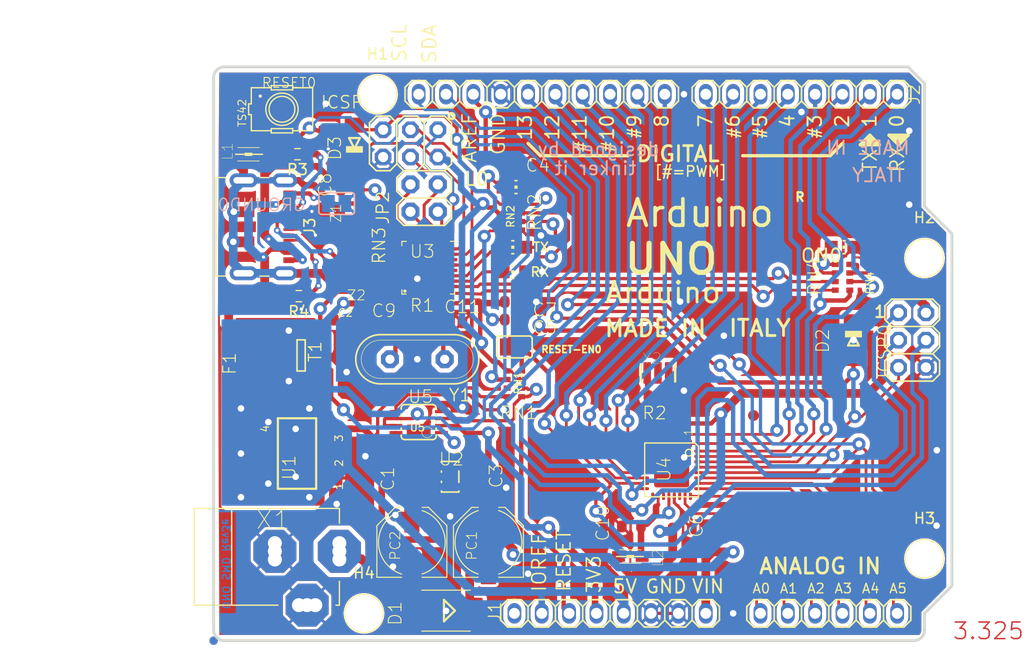
<source format=kicad_pcb>
(kicad_pcb (version 20221018) (generator pcbnew)
  (layers (0 "F.Cu" signal) (31 "B.Cu" signal) (34 "B.Paste" user) (35 "F.Paste" user) (36 "B.SilkS" user "B.Silkscreen") (37 "F.SilkS" user "F.Silkscreen") (38 "B.Mask" user) (39 "F.Mask" user) (44 "Edge.Cuts" user))
  (net 0 "")
  (net 1 "+5V")
  (net 2 "GND")
  (net 3 "/AREF")
  (net 4 "/DTR")
  (net 5 "VIN")
  (net 6 "/RESET")
  (net 7 "/TP_VUCAP")
  (net 8 "/UGND")
  (net 9 "/XT1")
  (net 10 "Net-(U4-AVCC)")
  (net 11 "/XT2")
  (net 12 "/PWRIN")
  (net 13 "/RESET2")
  (net 14 "/USBVCC")
  (net 15 "+3V3")
  (net 16 "/XUSB")
  (net 17 "/MISO")
  (net 18 "/SCK")
  (net 19 "/MOSI")
  (net 20 "/MISO2")
  (net 21 "/SCK2")
  (net 22 "/MOSI2")
  (net 24 "/A0")
  (net 25 "/A1")
  (net 26 "/A2")
  (net 27 "/A3")
  (net 28 "/A4{slash}SDA")
  (net 29 "/A5{slash}SCL")
  (net 30 "/IO0")
  (net 31 "/IO1")
  (net 32 "/IO2")
  (net 33 "/IO3")
  (net 34 "/IO4")
  (net 35 "/IO5")
  (net 36 "/IO6")
  (net 37 "/IO7")
  (net 38 "/IO8")
  (net 39 "/IO9")
  (net 40 "/SS")
  (net 41 "/D+")
  (net 42 "/D-")
  (net 43 "Net-(J3-CC1)")
  (net 46 "Net-(J3-CC2)")
  (net 47 "/USHIELD")
  (net 48 "/PB4")
  (net 49 "/PB6")
  (net 50 "/PB5")
  (net 51 "/PB7")
  (net 52 "Net-(TP_LL0-TESTP)")
  (net 53 "Net-(RN4C-2)")
  (net 55 "5-GND")
  (net 56 "/XTAL1")
  (net 57 "/XTAL2")
  (net 58 "/CMP")
  (net 59 "Net-(RN2C-2)")
  (net 60 "Net-(RN2B-2)")
  (net 61 "/L13")
  (net 62 "/RD-")
  (net 65 "/RD+")
  (net 68 "/M8RXD")
  (net 69 "/M8TXD")
  (net 70 "/RXLED")
  (net 71 "/GATE_CMD")
  (net 72 "/TXLED")
  (footprint "UNOSMD_V3:POWERSUPPLY_DC-21MM" (layer "F.Cu") (at 119.5451 123.2916 90)
    (fp_text reference "X1")
    (fp_text value "POWERSUPPLY_DC21MMX")
  )
  (footprint "UNOSMD_V3:C0603-ROUND" (layer "F.Cu") (at 136.4361 102.0826)
    (fp_text reference "C11")
    (fp_text value "22p")
  )
  (footprint "UNOSMD_V3:SJ" (layer "F.Cu") (at 142.1511 104.3686)
    (fp_text reference "RESET-EN0")
    (fp_text value "SJ")
  )
  (footprint "UNOSMD_V3:C0603-ROUND" (layer "F.Cu") (at 139.7381 116.3066 90)
    (fp_text reference "C3")
    (fp_text value "1u")
  )
  (footprint "UNOSMD_V3:2X03" (layer "F.Cu") (at 179.1081 103.7336 -90)
    (fp_text reference "ICSP0")
    (fp_text value "3x2 M")
  )
  (footprint "UNOSMD_V3:TP-SP" (layer "F.Cu") (at 132.4991 84.1756)
    (fp_text reference "TP_SCK2" hide)
    (fp_text value "TP_SP" hide)
  )
  (footprint "UNOSMD_V3:C0603-ROUND" (layer "F.Cu") (at 153.0223 121.0564 180)
    (fp_text reference "C10")
    (fp_text value "100nF")
  )
  (footprint "UNOSMD_V3:CHIP-LED0805" (layer "F.Cu") (at 142.1511 95.0976 90)
    (fp_text reference "TX0" hide)
    (fp_text value "YELLOW")
  )
  (footprint "Connector_USB:USB_C_Receptacle_JAE_DX07S016JA1R1500" (layer "F.Cu") (at 118.145 93.2 -90)
    (fp_text reference "J3")
    (fp_text value "USB_C_Receptacle_USB2.0")
  )
  (footprint "MountingHole:MountingHole_3.2mm_M3_ISO14580" (layer "F.Cu") (at 129.44 80.88)
    (fp_text reference "H1")
    (fp_text value "MountingHole")
  )
  (footprint "UNOSMD_V3:SOT-23" (layer "F.Cu") (at 122.3391 105.1306 -90)
    (fp_text reference "T1")
    (fp_text value "FDN340P")
  )
  (footprint "UNOSMD_V3:TP-SP" (layer "F.Cu") (at 129.9591 84.1756)
    (fp_text reference "TP_RESET2" hide)
    (fp_text value "TP_SP" hide)
  )
  (footprint "UNOSMD_V3:MSOP08" (layer "F.Cu") (at 133.2611 111.3536 90)
    (fp_text reference "U5")
    (fp_text value "LMV358?MM")
  )
  (footprint "UNOSMD_V3:CAY16" (layer "F.Cu") (at 127.0381 94.8436 90)
    (fp_text reference "RN3")
    (fp_text value "22R")
  )
  (footprint "UNOSMD_V3:PANASONIC_D" (layer "F.Cu") (at 132.6261 122.5296 90)
    (fp_text reference "PC2")
    (fp_text value "47u")
  )
  (footprint "UNOSMD_V3:C0603-ROUND" (layer "F.Cu") (at 142.1511 100.1776)
    (fp_text reference "C7")
    (fp_text value "100n")
  )
  (footprint "MountingHole:MountingHole_3.2mm_M3_ISO14580" (layer "F.Cu") (at 180.25 96.1)
    (fp_text reference "H2")
    (fp_text value "MountingHole")
  )
  (footprint "UNOSMD_V3:R0603-ROUND" (layer "F.Cu") (at 155.4861 108.9406 180)
    (fp_text reference "R2")
    (fp_text value "1M")
  )
  (footprint "UNOSMD_V3:CT_CN0603" (layer "F.Cu") (at 126.9111 92.3036 180)
    (fp_text reference "Z1")
    (fp_text value "VARISTORCN0603")
  )
  (footprint "UNOSMD_V3:2X03" (layer "F.Cu") (at 132.4991 85.4456 180)
    (fp_text reference "ICSP1")
    (fp_text value "3x2 M")
  )
  (footprint "UNOSMD_V3:MINIMELF" (layer "F.Cu") (at 173.6471 103.7336 -90)
    (fp_text reference "D2")
    (fp_text value "CD1206-S01575")
  )
  (footprint "UNOSMD_V3:CHIP-LED0805" (layer "F.Cu") (at 142.1511 97.3836 90)
    (fp_text reference "RX0" hide)
    (fp_text value "YELLOW")
  )
  (footprint "UNOSMD_V3:QS" (layer "F.Cu") (at 133.1341 105.5116 180)
    (fp_text reference "Y1")
    (fp_text value "16MHz")
  )
  (footprint "UNOSMD_V3:TP-SP" (layer "F.Cu") (at 126.2761 110.2106)
    (fp_text reference "TP_GATE0" hide)
    (fp_text value "TP_SP" hide)
  )
  (footprint "UNOSMD_V3:FD-1-1.5" (layer "F.Cu") (at 120.5611 81.7626)
    (fp_text reference "FD1" hide)
    (fp_text value "FIDUCIAL-1.5MM" hide)
  )
  (footprint "UNOSMD_V3:MINIMELF" (layer "F.Cu") (at 127.2921 85.4456 90)
    (fp_text reference "D3")
    (fp_text value "CD1206-S01575")
  )
  (footprint "UNOSMD_V3:TP-SP" (layer "F.Cu") (at 139.7381 88.4936)
    (fp_text reference "TP_LL0" hide)
    (fp_text value "TP_SP" hide)
  )
  (footprint "UNOSMD_V3:TP-SP" (layer "F.Cu") (at 145.5801 95.9866)
    (fp_text reference "TP_RXL0" hide)
    (fp_text value "TP_SP" hide)
  )
  (footprint "UNOSMD_V3:FD-1-1.5" (layer "F.Cu") (at 117.9411 128.2636)
    (fp_text reference "FD3" hide)
    (fp_text value "FIDUCIAL-1.5MM" hide)
  )
  (footprint "UNOSMD_V3:1X14-CUSTOM" (layer "F.Cu") (at 159.9311 129.1336)
    (fp_text reference "J1")
    (fp_text value "-")
  )
  (footprint "UNOSMD_V3:CAY16" (layer "F.Cu") (at 142.1511 107.7976 90)
    (fp_text reference "RN1")
    (fp_text value "10K")
  )
  (footprint "UNOSMD_V3:R0603-ROUND" (layer "F.Cu") (at 133.2611 102.0826)
    (fp_text reference "R1")
    (fp_text value "1M")
  )
  (footprint "UNOSMD_V3:C0603-ROUND" (layer "F.Cu") (at 130.2131 102.0826 180)
    (fp_text reference "C9")
    (fp_text value "22p")
  )
  (footprint "UNOSMD_V3:TP-SP" (layer "F.Cu") (at 124.1171 100.8126)
    (fp_text reference "TP_USBVCC0" hide)
    (fp_text value "TP_SP" hide)
  )
  (footprint "UNOSMD_V3:TP-SP" (layer "F.Cu") (at 145.5801 92.9386)
    (fp_text reference "TP_TXL0" hide)
    (fp_text value "TP_SP" hide)
  )
  (footprint "UNOSMD_V3:CAY16" (layer "F.Cu") (at 172.6311 97.8916 90)
    (fp_text reference "RN4")
    (fp_text value "1K")
  )
  (footprint "UNOSMD_V3:TP-SP" (layer "F.Cu") (at 133.1341 110.5916)
    (fp_text reference "TP_LCMD0" hide)
    (fp_text value "TP_SP" hide)
  )
  (footprint "UNOSMD_V3:TS42" (layer "F.Cu") (at 120.5611 82.2706)
    (fp_text reference "RESET0")
    (fp_text value "TS42")
  )
  (footprint "UNOSMD_V3:0805" (layer "F.Cu") (at 152.9207 123.8504)
    (fp_text reference "L2")
    (fp_text value "10uH")
  )
  (footprint "UNOSMD_V3:SOT223" (layer "F.Cu") (at 121.9581 114.2746 90)
    (fp_text reference "U1")
    (fp_text value "MC33269ST")
  )
  (footprint "UNOSMD_V3:SMB" (layer "F.Cu") (at 135.8011 128.8796 180)
    (fp_text reference "D1")
    (fp_text value "M7")
  )
  (footprint "UNOSMD_V3:TP-SP" (layer "F.Cu") (at 180.3781 101.1936)
    (fp_text reference "TP_5V1" hide)
    (fp_text value "TP_SP" hide)
  )
  (footprint "UNOSMD_V3:1X18-CUSTOM" (layer "F.Cu") (at 159.9311 80.8736 180)
    (fp_text reference "J2")
    (fp_text value "PINHD-1X18")
  )
  (footprint "UNOSMD_V3:C0603-ROUND" (layer "F.Cu") (at 142.1511 101.8286)
    (fp_text reference "C5")
    (fp_text value "100n")
  )
  (footprint "UNOSMD_V3:TP-SP" (layer "F.Cu") (at 135.0391 84.1756)
    (fp_text reference "TP_MISO2" hide)
    (fp_text value "TP_SP" hide)
  )
  (footprint "Resistor_SMD:R_0603_1608Metric_Pad0.98x0.95mm_HandSolder" (layer "F.Cu") (at 122 86.45 180)
    (fp_text reference "R3")
    (fp_text value "5.1k")
  )
  (footprint "MountingHole:MountingHole_3.2mm_M3_ISO14580" (layer "F.Cu") (at 128.18 129.14)
    (fp_text reference "H4")
    (fp_text value "MountingHole")
  )
  (footprint "Resistor_SMD:R_0603_1608Metric_Pad0.98x0.95mm_HandSolder" (layer "F.Cu") (at 122.1232 99.6442 180)
    (fp_text reference "R4")
    (fp_text value "5.1k")
  )
  (footprint "UNOSMD_V3:TP-SP" (layer "F.Cu") (at 132.4991 86.7156)
    (fp_text reference "TP_MOSI2" hide)
    (fp_text value "TP_SP" hide)
  )
  (footprint "UNOSMD_V3:TP-SP" (layer "F.Cu") (at 114.2111 131.6736)
    (fp_text reference "ORIGIN0" hide)
    (fp_text value "TP_SP" hide)
  )
  (footprint "UNOSMD_V3:RESONATOR" (layer "F.Cu") (at 155.4861 106.7816)
    (fp_text reference "Y2")
    (fp_text value "RESONATORMU")
  )
  (footprint "UNOSMD_V3:MLF32" (layer "F.Cu") (at 156.7561 115.7986 -90)
    (fp_text reference "U4")
    (fp_text value "ATMEGAXX8-MUR" hide)
  )
  (footprint "UNOSMD_V3:TP-SP" (layer "F.Cu") (at 144.1831 108.3056)
    (fp_text reference "TP_CMP0" hide)
    (fp_text value "TP_SP" hide)
  )
  (footprint "UNOSMD_V3:C0603-ROUND" (layer "F.Cu") (at 126.2761 101.8286 180)
    (fp_text reference "C2")
    (fp_text value "100n")
  )
  (footprint "UNOSMD_V3:CHIP-LED0805" (layer "F.Cu") (at 142.1511 89.5096 -90)
    (fp_text reference "L0")
    (fp_text value "YELLOW")
  )
  (footprint "UNOSMD_V3:TP-SP" (layer "F.Cu") (at 165.2651 99.6696)
    (fp_text reference "TP_TX0" hide)
    (fp_text value "TP_SP" hide)
  )
  (footprint "UNOSMD_V3:C0603-ROUND" (layer "F.Cu") (at 132.6261 116.3066 -90)
    (fp_text reference "C1")
    (fp_text value "100n")
  )
  (footprint "UNOSMD_V3:C0603-ROUND" (layer "F.Cu") (at 157.7467 121.2596 180)
    (fp_text reference "C6")
    (fp_text value "100n")
  )
  (footprint "UNOSMD_V3:TP-SP" (layer "F.Cu") (at 129.1971 89.7636)
    (fp_text reference "TP_VUCAP0" hide)
    (fp_text value "TP_SP" hide)
  )
  (footprint "UNOSMD_V3:2X02" (layer "F.Cu") (at 133.7691 90.5256 90)
    (fp_text reference "JP2")
    (fp_text value "2x2 M-NM")
  )
  (footprint "UNOSMD_V3:C0603-ROUND" (layer "F.Cu") (at 126.9111 89.7636 180)
    (fp_text reference "C8")
    (fp_text value "1u")
  )
  (footprint "UNOSMD_V3:FD-1-1.5" (layer "F.Cu") (at 164.3681 110.7416)
    (fp_text reference "FD2" hide)
    (fp_text value "FIDUCIAL-1.5MM" hide)
  )
  (footprint "UNOSMD_V3:0805" (layer "F.Cu") (at 117.45 86.46 180)
    (fp_text reference "L1")
    (fp_text value "BLM21")
  )
  (footprint "UNOSMD_V3:CT_CN0603" (layer "F.Cu") (at 126.9111 98.0186 180)
    (fp_text reference "Z2")
    (fp_text value "VARISTORCN0603")
  )
  (footprint "MountingHole:MountingHole_3.2mm_M3_ISO14580" (layer "F.Cu") (at 180.25 124.05)
    (fp_text reference "H3")
    (fp_text value "MountingHole")
  )
  (footprint "UNOSMD_V3:L1812" (layer "F.Cu") (at 118.2751 105.1306 90)
    (fp_text reference "F1")
    (fp_text value "MF-MSMF050-2 500mA")
  )
  (footprint "UNOSMD_V3:PANASONIC_D" (layer "F.Cu") (at 139.7381 122.5296 90)
    (fp_text reference "PC1")
    (fp_text value "47u")
  )
  (footprint "UNOSMD_V3:C0603-ROUND" (layer "F.Cu") (at 142.1511 87.2236 180)
    (fp_text reference "C4")
    (fp_text value "100n")
  )
  (footprint "UNOSMD_V3:ATMEL_QFN32" (layer "F.Cu") (at 134.1501 97.0026 90)
    (fp_text reference "U3")
    (fp_text value "ATMEGA16U2")
  )
  (footprint "UNOSMD_V3:TP-SP" (layer "F.Cu") (at 166.6621 97.5106)
    (fp_text reference "TP_RX0" hide)
    (fp_text value "TP_SP" hide)
  )
  (footprint "UNOSMD_V3:TP-SP" (layer "F.Cu") (at 170.8531 96.6216)
    (fp_text reference "TP_ONL0" hide)
    (fp_text value "TP_SP" hide)
  )
  (footprint "UNOSMD_V3:CHIP-LED0805" (layer "F.Cu") (at 172.6311 95.0976 -90)
    (fp_text reference "ON0")
    (fp_text value "GREEN")
  )
  (footprint "UNOSMD_V3:CAY16" (layer "F.Cu") (at 142.1511 92.3036 -90)
    (fp_text reference "RN2")
    (fp_text value "1K")
  )
  (footprint "UNOSMD_V3:TP-SP" (layer "F.Cu") (at 140.1191 101.8286)
    (fp_text reference "TP_DTR0" hide)
    (fp_text value "TP_SP" hide)
  )
  (footprint "UNOSMD_V3:SOT23-DBV" (layer "F.Cu") (at 136.1821 116.4336 -90)
    (fp_text reference "U2")
    (fp_text value "LP2985-XXDBVR")
  )
  (footprint "UNOSMD_V3:SJ" (layer "B.Cu") (at 125.6411 91.0336 180)
    (fp_text reference "GROUND0")
    (fp_text value "SJ")
  )
  (gr_line (start 144.5641 86.5886) (end 143.4211 85.4456) (stroke (width 0.3048)) (layer "F.SilkS"))
  (gr_line (start 172.6311 85.4456) (end 171.4881 86.5886) (stroke (width 0.3048)) (layer "F.SilkS"))
  (gr_line (start 177.4571 84.9376) (end 177.9651 84.9376) (stroke (width 0.3048)) (layer "F.SilkS"))
  (gr_line (start 178.7271 84.6836) (end 176.9491 84.6836) (stroke (width 0.3048)) (layer "F.SilkS"))
  (gr_line (start 177.8381 85.3186) (end 177.4571 84.9376) (stroke (width 0.3048)) (layer "F.SilkS"))
  (gr_line (start 177.8381 85.0646) (end 177.8381 85.1916) (stroke (width 0.3048)) (layer "F.SilkS"))
  (gr_circle (center 180.25 124.051813) (end 182.026813 123.851813) (stroke (width 0.1)) (fill none) (layer "F.SilkS"))
  (gr_line (start 176.9491 84.6836) (end 177.8381 85.5726) (stroke (width 0.3048)) (layer "F.SilkS"))
  (gr_circle (center 128.181967 129.14) (end 128.106967 127.59) (stroke (width 0.1)) (fill none) (layer "F.SilkS"))
  (gr_line (start 175.1711 84.6836) (end 174.2821 85.5726) (stroke (width 0.3048)) (layer "F.SilkS"))
  (gr_line (start 176.0601 85.5726) (end 175.1711 84.6836) (stroke (width 0.3048)) (layer "F.SilkS"))
  (gr_circle (center 128.181967 129.14) (end 129.95878 128.94) (stroke (width 0.1)) (fill none) (layer "F.SilkS"))
  (gr_circle (center 180.25 124.051813) (end 180.175 122.501813) (stroke (width 0.1)) (fill none) (layer "F.SilkS"))
  (gr_line (start 171.4881 86.5886) (end 163.3601 86.5886) (stroke (width 0.3048)) (layer "F.SilkS"))
  (gr_circle (center 180.25 96.108033) (end 182.026813 95.908033) (stroke (width 0.1)) (fill none) (layer "F.SilkS"))
  (gr_circle (center 180.25 96.108033) (end 180.175 94.558033) (stroke (width 0.1)) (fill none) (layer "F.SilkS"))
  (gr_line (start 178.3461 84.8106) (end 177.8381 85.3186) (stroke (width 0.3048)) (layer "F.SilkS"))
  (gr_circle (center 129.448187 80.875) (end 131.225 80.675) (stroke (width 0.1)) (fill none) (layer "F.SilkS"))
  (gr_line (start 177.3301 84.8106) (end 178.3461 84.8106) (stroke (width 0.3048)) (layer "F.SilkS"))
  (gr_line (start 174.9171 85.4456) (end 175.2981 85.1916) (stroke (width 0.3048)) (layer "F.SilkS"))
  (gr_line (start 152.6921 86.5886) (end 144.5641 86.5886) (stroke (width 0.3048)) (layer "F.SilkS"))
  (gr_line (start 175.6791 85.4456) (end 174.9171 85.4456) (stroke (width 0.3048)) (layer "F.SilkS"))
  (gr_line (start 175.1711 84.9376) (end 175.6791 85.4456) (stroke (width 0.3048)) (layer "F.SilkS"))
  (gr_circle (center 136.3091 82.9056) (end 136.5631 82.9056) (stroke (width 0.254)) (fill none) (layer "F.SilkS"))
  (gr_line (start 174.2821 85.5726) (end 176.0601 85.5726) (stroke (width 0.3048)) (layer "F.SilkS"))
  (gr_line (start 174.6631 85.4456) (end 175.1711 84.9376) (stroke (width 0.3048)) (layer "F.SilkS"))
  (gr_circle (center 129.448187 80.875) (end 129.373187 79.325) (stroke (width 0.1)) (fill none) (layer "F.SilkS"))
  (gr_line (start 177.8381 85.5726) (end 178.7271 84.6836) (stroke (width 0.3048)) (layer "F.SilkS"))
  (gr_arc (start 180.2511 130.6736) (mid 179.958207 131.380707) (end 179.2511 131.6736) (stroke (width 0.254)) (layer "Edge.Cuts"))
  (gr_line (start 179.2511 131.6736) (end 115.2111 131.6736) (stroke (width 0.254)) (layer "Edge.Cuts"))
  (gr_arc (start 115.2111 131.6736) (mid 114.503993 131.380707) (end 114.2111 130.6736) (stroke (width 0.254)) (layer "Edge.Cuts"))
  (gr_line (start 180.2511 79.8576) (end 180.2511 91.2876) (stroke (width 0.254)) (layer "Edge.Cuts"))
  (gr_line (start 180.2511 129.1336) (end 180.2511 130.6736) (stroke (width 0.254)) (layer "Edge.Cuts"))
  (gr_line (start 178.7271 78.3336) (end 180.2511 79.8576) (stroke (width 0.254)) (layer "Edge.Cuts"))
  (gr_line (start 115.2111 78.3336) (end 178.7271 78.3336) (stroke (width 0.254)) (layer "Edge.Cuts"))
  (gr_line (start 180.2511 91.2876) (end 182.7911 93.8276) (stroke (width 0.254)) (layer "Edge.Cuts"))
  (gr_line (start 182.7911 93.8276) (end 182.7911 126.5936) (stroke (width 0.254)) (layer "Edge.Cuts"))
  (gr_arc (start 114.2111 79.3336) (mid 114.503993 78.626493) (end 115.2111 78.3336) (stroke (width 0.254)) (layer "Edge.Cuts"))
  (gr_line (start 114.2111 79.3496) (end 114.2111 130.6576) (stroke (width 0.254)) (layer "Edge.Cuts"))
  (gr_line (start 182.7911 126.5936) (end 180.2511 129.1336) (stroke (width 0.254)) (layer "Edge.Cuts"))
  (gr_text "3.325" (at 182.7911 131.6736) (layer "F.Cu") (effects (font (size 1.542288 1.542288) (thickness 0.134112)) (justify left bottom)))
  (gr_text "UNO SMD Rev3e" (at 115.7605 120.2436 -90) (layer "B.Cu") (effects (font (size 0.69088 0.69088) (thickness 0.12192)) (justify right top mirror)))
  (gr_text "tinker it" (at 153.5811 88.4936) (layer "B.SilkS") (effects (font (size 1.251712 1.251712) (thickness 0.170688)) (justify left bottom mirror)))
  (gr_text "ITALY" (at 178.3461 89.1286) (layer "B.SilkS") (effects (font (size 1.251712 1.251712) (thickness 0.170688)) (justify left bottom mirror)))
  (gr_text "MADE IN" (at 178.9811 86.5886) (layer "B.SilkS") (effects (font (size 1.251712 1.251712) (thickness 0.170688)) (justify left bottom mirror)))
  (gr_text "designed by" (at 155.7401 86.7156) (layer "B.SilkS") (effects (font (size 1.251712 1.251712) (thickness 0.170688)) (justify left bottom mirror)))
  (gr_text "#" (at 151.4221 86.3346 90) (layer "F.SilkS") (effects (font (size 0.972312 0.972312) (thickness 0.145288)) (justify left bottom)))
  (gr_text "A2" (at 169.2797 127.3434) (layer "F.SilkS") (effects (font (size 0.89408 0.89408) (thickness 0.12192)) (justify left bottom)))
  (gr_text "A0" (at 164.1997 127.3434) (layer "F.SilkS") (effects (font (size 0.89408 0.89408) (thickness 0.12192)) (justify left bottom)))
  (gr_text "7" (at 159.1691 82.6516 90) (layer "F.SilkS") (effects (font (size 1.251712 1.251712) (thickness 0.170688)) (justify right top)))
  (gr_text "TX" (at 175.9287 88.2274 90) (layer "F.SilkS") (effects (font (size 1.28016 1.28016) (thickness 0.14224)) (justify left bottom)))
  (gr_text "1" (at 175.4575 101.7292) (layer "F.SilkS") (effects (font (size 1.0795 1.0795) (thickness 0.1905)) (justify left bottom)))
  (gr_text "11" (at 147.4851 82.6516 90) (layer "F.SilkS") (effects (font (size 1.251712 1.251712) (thickness 0.170688)) (justify right top)))
  (gr_text "DIGITAL" (at 153.3635 87.2594) (layer "F.SilkS") (effects (font (size 1.42494 1.42494) (thickness 0.25146)) (justify left bottom)))
  (gr_text "UNO" (at 152.1587 97.79) (layer "F.SilkS") (effects (font (size 2.69875 2.69875) (thickness 0.47625)) (justify left bottom)))
  (gr_text "1" (at 174.4091 82.6516 90) (layer "F.SilkS") (effects (font (size 1.251712 1.251712) (thickness 0.170688)) (justify right top)))
  (gr_text "SCL" (at 132.2153 77.9658 90) (layer "F.SilkS") (effects (font (size 1.28016 1.28016) (thickness 0.14224)) (justify left bottom)))
  (gr_text "GND" (at 139.8841 82.5368 90) (layer "F.SilkS") (effects (font (size 1.28016 1.28016) (thickness 0.14224)) (justify right top)))
  (gr_text "RX" (at 145.4531 96.901) (layer "F.SilkS") (effects (font (size 0.8636 0.8636) (thickness 0.1524)) (justify right top)))
  (gr_text "#" (at 148.8821 86.3346 90) (layer "F.SilkS") (effects (font (size 0.972312 0.972312) (thickness 0.145288)) (justify left bottom)))
  (gr_text "3V3" (at 150.2791 127.3556 90) (layer "F.SilkS") (effects (font (size 1.28016 1.28016) (thickness 0.14224)) (justify left bottom)))
  (gr_text "A1" (at 166.7397 127.3434) (layer "F.SilkS") (effects (font (size 0.89408 0.89408) (thickness 0.12192)) (justify left bottom)))
  (gr_text "AREF" (at 137.2279 82.5114 90) (layer "F.SilkS") (effects (font (size 1.28016 1.28016) (thickness 0.14224)) (justify right top)))
  (gr_text "10" (at 150.0251 82.6516 90) (layer "F.SilkS") (effects (font (size 1.251712 1.251712) (thickness 0.170688)) (justify right top)))
  (gr_text "RN1" (at 140.7111 111.1736) (layer "F.SilkS") (effects (font (size 1.1684 1.1684) (thickness 0.1016)) (justify left bottom)))
  (gr_text "5V" (at 151.1681 127.3556) (layer "F.SilkS") (effects (font (size 1.251712 1.251712) (thickness 0.170688)) (justify left bottom)))
  (gr_text "4" (at 166.7891 82.6516 90) (layer "F.SilkS") (effects (font (size 1.251712 1.251712) (thickness 0.170688)) (justify right top)))
  (gr_text "A3" (at 171.8197 127.3434) (layer "F.SilkS") (effects (font (size 0.89408 0.89408) (thickness 0.12192)) (justify left bottom)))
  (gr_text "#" (at 165.5191 85.0646 90) (layer "F.SilkS") (effects (font (size 0.972312 0.972312) (thickness 0.145288)) (justify left bottom)))
  (gr_text "ANALOG IN" (at 164.7571 125.5776) (layer "F.SilkS") (effects (font (size 1.42494 1.42494) (thickness 0.25146)) (justify left bottom)))
  (gr_text "3" (at 169.3291 82.6516 90) (layer "F.SilkS") (effects (font (size 1.251712 1.251712) (thickness 0.170688)) (justify right top)))
  (gr_text "ITALY" (at 161.9377 103.505) (layer "F.SilkS") (effects (font (size 1.5113 1.5113) (thickness 0.2667)) (justify left bottom)))
  (gr_text "Arduino" (at 150.4315 100.4316) (layer "F.SilkS") (effects (font (size 1.922272 1.922272) (thickness 0.262128)) (justify left bottom)))
  (gr_text "MADE IN" (at 150.4061 103.5304) (layer "F.SilkS") (effects (font (size 1.5113 1.5113) (thickness 0.2667)) (justify left bottom)))
  (gr_text "TX" (at 145.4531 94.5896) (layer "F.SilkS") (effects (font (size 0.8636 0.8636) (thickness 0.1524)) (justify right top)))
  (gr_text "6" (at 161.7091 82.6516 90) (layer "F.SilkS") (effects (font (size 1.251712 1.251712) (thickness 0.170688)) (justify right top)))
  (gr_text "SDA" (at 135.0093 78.0928 90) (layer "F.SilkS") (effects (font (size 1.28016 1.28016) (thickness 0.14224)) (justify left bottom)))
  (gr_text "12" (at 144.9451 82.6516 90) (layer "F.SilkS") (effects (font (size 1.251712 1.251712) (thickness 0.170688)) (justify right top)))
  (gr_text "2" (at 171.8691 82.6516 90) (layer "F.SilkS") (effects (font (size 1.251712 1.251712) (thickness 0.170688)) (justify right top)))
  (gr_text "RN4" (at 170.7111 99.6736 90) (layer "F.SilkS") (effects (font (size 1.1684 1.1684) (thickness 0.1016)) (justify left bottom)))
  (gr_text "RESET" (at 147.4851 127.2286 90) (layer "F.SilkS") (effects (font (size 1.28016 1.28016) (thickness 0.14224)) (justify left bottom)))
  (gr_text "A4" (at 174.3597 127.3434) (layer "F.SilkS") (effects (font (size 0.89408 0.89408) (thickness 0.12192)) (justify left bottom)))
  (gr_text "VIN" (at 158.5341 127.3556) (layer "F.SilkS") (effects (font (size 1.251712 1.251712) (thickness 0.170688)) (justify left bottom)))
  (gr_text "5" (at 164.2491 82.6516 90) (layer "F.SilkS") (effects (font (size 1.251712 1.251712) (thickness 0.170688)) (justify right top)))
  (gr_text "R" (at 168.1353 90.9066) (layer "F.SilkS") (effects (font (size 0.8128 0.8128) (thickness 0.2032)) (justify left bottom)))
  (gr_text "13" (at 142.4051 82.6516 90) (layer "F.SilkS") (effects (font (size 1.251712 1.251712) (thickness 0.170688)) (justify right top)))
  (gr_text "IOREF" (at 145.1991 127.2286 90) (layer "F.SilkS") (effects (font (size 1.28016 1.28016) (thickness 0.14224)) (justify left bottom)))
  (gr_text "[#=PWM]" (at 155.1051 88.6206) (layer "F.SilkS") (effects (font (size 0.972312 0.972312) (thickness 0.145288)) (justify left bottom)))
  (gr_text "A5" (at 176.8997 127.3434) (layer "F.SilkS") (effects (font (size 0.89408 0.89408) (thickness 0.12192)) (justify left bottom)))
  (gr_text "#" (at 170.5991 85.0646 90) (layer "F.SilkS") (effects (font (size 0.972312 0.972312) (thickness 0.145288)) (justify left bottom)))
  (gr_text "RN2" (at 144.7111 93.6736 90) (layer "F.SilkS") (effects (font (size 1.1684 1.1684) (thickness 0.1016)) (justify left bottom)))
  (gr_text "RX" (at 178.4731 88.2396 90) (layer "F.SilkS") (effects (font (size 1.28016 1.28016) (thickness 0.14224)) (justify left bottom)))
  (gr_text "U5" (at 132.2111 109.6736) (layer "F.SilkS") (effects (font (size 1.1684 1.1684) (thickness 0.1016)) (justify left bottom)))
  (gr_text "Arduino" (at 152.3111 93.3704) (layer "F.SilkS") (effects (font (size 2.45872 2.45872) (thickness 0.33528)) (justify left bottom)))
  (gr_text "#" (at 153.8351 85.0646 90) (layer "F.SilkS") (effects (font (size 0.972312 0.972312) (thickness 0.145288)) (justify left bottom)))
  (gr_text "9" (at 152.5651 82.6516 90) (layer "F.SilkS") (effects (font (size 1.251712 1.251712) (thickness 0.170688)) (justify right top)))
  (gr_text "GND" (at 154.2245 127.3688) (layer "F.SilkS") (effects (font (size 1.251712 1.251712) (thickness 0.170688)) (justify left bottom)))
  (gr_text "#" (at 163.1061 85.0646 90) (layer "F.SilkS") (effects (font (size 0.972312 0.972312) (thickness 0.145288)) (justify left bottom)))
  (gr_text "8" (at 155.1051 82.6516 90) (layer "F.SilkS") (effects (font (size 1.251712 1.251712) (thickness 0.170688)) (justify right top)))
  (gr_text "0" (at 176.9491 82.6516 90) (layer "F.SilkS") (effects (font (size 1.251712 1.251712) (thickness 0.170688)) (justify right top)))
  (segment (start 131.4831 117.1956) (end 130.7846 116.4971) (width 0.3048) (layer "F.Cu") (net 1))
  (segment (start 132.8141 117.3836) (end 132.6261 117.1956) (width 0.6096) (layer "F.Cu") (net 1))
  (segment (start 131.1891 112.3696) (end 131.1491 112.3296) (width 0.3048) (layer "F.Cu") (net 1))
  (segment (start 176.3141 100.3046) (end 176.9999 99.6188) (width 0.8128) (layer "F.Cu") (net 1))
  (segment (start 140.1381 91.3956) (end 140.6461 91.9036) (width 0.4064) (layer "F.Cu") (net 1))
  (segment (start 158.2801 111.4806) (end 157.1411 112.6196) (width 0.4064) (layer "F.Cu") (net 1))
  (segment (start 140.1681 105.7656) (end 140.6441 105.7656) (width 0.4064) (layer "F.Cu") (net 1))
  (segment (start 139.1031 103.9876) (end 139.1031 104.7006) (width 0.4064) (layer "F.Cu") (net 1))
  (segment (start 126.2761 100.3046) (end 128.8161 100.3046) (width 0.6096) (layer "F.Cu") (net 1))
  (segment (start 123.3551 104.1908) (end 121.7803 103.6828) (width 0.8128) (layer "F.Cu") (net 1))
  (segment (start 140.6841 92.7036) (end 141.4761 92.7036) (width 0.3048) (layer "F.Cu") (net 1))
  (segment (start 156.8577 121.2596) (end 156.6037 121.5136) (width 0.8128) (layer "F.Cu") (net 1))
  (segment (start 157.0061 112.6196) (end 156.8831 112.4966) (width 0.3048) (layer "F.Cu") (net 1))
  (segment (start 133.7691 117.3836) (end 133.7691 115.5446) (width 0.4064) (layer "F.Cu") (net 1))
  (segment (start 132.6261 119.3546) (end 134.5971 117.3836) (width 0.6096) (layer "F.Cu") (net 1))
  (segment (start 160.4391 111.4806) (end 158.2801 111.4806) (width 0.4064) (layer "F.Cu") (net 1))
  (segment (start 176.3141 107.4166) (end 176.3141 102.2096) (width 0.8128) (layer "F.Cu") (net 1))
  (segment (start 156.1211 112.4966) (end 156.0061 112.6116) (width 0.2794) (layer "F.Cu") (net 1))
  (segment (start 120.0531 114.2746) (end 120.0785 114.2492) (width 1.016) (layer "F.Cu") (net 1))
  (segment (start 138.9761 100.2909) (end 141.1488 100.2909) (width 0.6096) (layer "F.Cu") (net 1))
  (segment (start 132.9941 119.9896) (end 132.6261 120.1296) (width 0.6096) (layer "F.Cu") (net 1))
  (segment (start 134.5971 117.3836) (end 134.8821 117.3836) (width 0.6096) (layer "F.Cu") (net 1))
  (segment (start 176.3141 102.2096) (end 176.1381 102.0336) (width 0.8128) (layer "F.Cu") (net 1))
  (segment (start 177.0761 99.6188) (end 179.3113 99.6188) (width 0.8128) (layer "F.Cu") (net 1))
  (segment (start 130.7846 116.4971) (end 130.7846 112.7741) (width 0.3048) (layer "F.Cu") (net 1))
  (segment (start 163.2331 108.6866) (end 175.0441 108.6866) (width 0.8128) (layer "F.Cu") (net 1))
  (segment (start 142.4369 107.3976) (end 142.8261 107.3976) (width 0.254) (layer "F.Cu") (net 1))
  (segment (start 134.8821 117.3836) (end 133.7691 117.3836) (width 0.6096) (layer "F.Cu") (net 1))
  (segment (start 141.1488 100.2909) (end 141.2621 100.1776) (width 0.6096) (layer "F.Cu") (net 1))
  (segment (start 134.8211 115.5446) (end 134.8821 115.4836) (width 0.4064) (layer "F.Cu") (net 1))
  (segment (start 175.0441 108.6866) (end 176.3141 107.4166) (width 0.8128) (layer "F.Cu") (net 1))
  (segment (start 156.6037 121.5136) (end 155.6385 121.5136) (width 0.8128) (layer "F.Cu") (net 1))
  (segment (start 131.1021 119.9896) (end 132.9941 119.9896) (width 0.6096) (layer "F.Cu") (net 1))
  (segment (start 179.3113 99.6188) (end 180.3781 100.5586) (width 0.8128) (layer "F.Cu") (net 1))
  (segment (start 130.7846 112.7741) (end 131.1891 112.3696) (width 0.3048) (layer "F.Cu") (net 1))
  (segment (start 133.2611 85.4456) (end 128.9921 85.4456) (width 0.254) (layer "F.Cu") (net 1))
  (segment (start 151.8207 123.8504) (end 151.8207 124.5284) (width 0.6096) (layer "F.Cu") (net 1))
  (segment (start 133.7691 115.5446) (end 134.8211 115.5446) (width 0.4064) (layer "F.Cu") (net 1))
  (segment (start 132.6261 120.1296) (end 132.6261 119.3546) (width 0.6096) (layer "F.Cu") (net 1))
  (segment (start 141.4761 106.5976) (end 141.8655 106.5976) (width 0.254) (layer "F.Cu") (net 1))
  (segment (start 129.9591 99.1616) (end 131.2291 99.1616) (width 0.4064) (layer "F.Cu") (net 1))
  (segment (start 155.2321 125.4506) (end 156.8577 123.825) (width 0.8128) (layer "F.Cu") (net 1))
  (segment (start 126.2761 100.3046) (end 125.3871 101.1936) (width 0.6096) (layer "F.Cu") (net 1))
  (segment (start 156.0061 112.6116) (end 156.0061 113.3486) (width 0.2794) (layer "F.Cu") (net 1))
  (segment (start 118.8591 114.2746) (end 120.0531 114.2746) (width 1.016) (layer "F.Cu") (net 1))
  (segment (start 176.1381 102.0336) (end 173.6471 102.0336) (width 0.8128) (layer "F.Cu") (net 1))
  (segment (start 121.7803 103.6828) (end 121.1961 102.8446) (width 0.8128) (layer "F.Cu") (net 1))
  (segment (start 157.0061 112.6196) (end 157.0061 113.3486) (width 0.2794) (layer "F.Cu") (net 1))
  (segment (start 176.9999 99.6188) (end 177.0761 99.6188) (width 0.8128) (layer "F.Cu") (net 1))
  (segment (start 134.5311 86.7156) (end 133.2611 85.4456) (width 0.254) (layer "F.Cu") (net 1))
  (segment (start 177.0761 99.6188) (end 177.0761 98.7806) (width 0.3048) (layer "F.Cu") (net 1))
  (segment (start 140.6461 91.9036) (end 140.6841 92.7036) (width 0.3048) (layer "F.Cu") (net 1))
  (segment (start 133.7691 117.3836) (end 132.8141 117.3836) (width 0.6096) (layer "F.Cu") (net 1))
  (segment (start 138.8491 100.1639) (end 137.2391 100.1639) (width 0.6096) (layer "F.Cu") (net 1))
  (segment (start 161.3281 110.5916) (end 163.2331 108.6866) (width 0.8128) (layer "F.Cu") (net 1))
  (segment (start 156.8577 123.825) (end 156.8577 121.2596) (width 0.8128) (layer "F.Cu") (net 1))
  (segment (start 138.9761 100.2909) (end 138.8491 100.1639) (width 0.6096) (layer "F.Cu") (net 1))
  (segment (start 128.8161 100.3046) (end 129.9591 99.1616) (width 0.4064) (layer "F.Cu") (net 1))
  (segment (start 151.8207 124.5284) (end 153.0985 125.8062) (width 0.6096) (layer "F.Cu") (net 1))
  (segment (start 180.3781 101.1936) (end 180.2511 101.1936) (width 0.508) (layer "F.Cu") (net 1))
  (segment (start 139.1031 104.7006) (end 140.1681 105.7656) (width 0.4064) (layer "F.Cu") (net 1))
  (segment (start 137.0984 100.3046) (end 134.1501 100.3046) (width 0.4064) (layer "F.Cu") (net 1))
  (segment (start 174.0281 97.4916) (end 174.0281 96.7486) (width 0.3048) (layer "F.Cu") (net 1))
  (segment (start 180.3781 100.5586) (end 180.3781 101.1936) (width 0.8128) (layer "F.Cu") (net 1))
  (segment (start 135.0391 86.7156) (end 134.5311 86.7156) (width 0.254) (layer "F.Cu") (net 1))
  (segment (start 139.1031 103.9876) (end 138.9761 103.4796) (width 0.4064) (layer "F.Cu") (net 1))
  (segment (start 139.7381 91.4146) (end 140.1381 91.3956) (width 0.4064) (layer "F.Cu") (net 1))
  (segment (start 125.3871 101.8286) (end 125.2601 101.9556) (width 0.6096) (layer "F.Cu") (net 1))
  (segment (start 128.9921 85.4456) (end 127.2921 87.1456) (width 0.254) (layer "F.Cu") (net 1))
  (segment (start 173.9711 96.6916) (end 173.3061 96.6916) (width 0.3048) (layer "F.Cu") (net 1))
  (segment (start 125.2347 114.2492) (end 125.0569 114.2746) (width 0.508) (layer "F.Cu") (net 1))
  (segment (start 138.9761 103.4796) (end 138.9761 100.2909) (width 0.4064) (layer "F.Cu") (net 1))
  (segment (start 156.8831 112.4966) (end 156.1211 112.4966) (width 0.3048) (layer "F.Cu") (net 1))
  (segment (start 161.3281 110.5916) (end 160.4391 111.4806) (width 0.4064) (layer "F.Cu") (net 1))
  (segment (start 152.3111 126.5936) (end 153.0985 125.8062) (width 0.8128) (layer "F.Cu") (net 1))
  (segment (start 137.2391 100.1639) (end 137.0984 100.3046) (width 0.4064) (layer "F.Cu") (net 1))
  (segment (start 140.6461 91.9036) (end 141.4761 91.9036) (width 0.3048) (layer "F.Cu") (net 1))
  (segment (start 133.9001 99.9276) (end 133.9001 99.3534) (width 0.2794) (layer "F.Cu") (net 1))
  (segment (start 141.4761 106.5976) (end 141.5331 106.6546) (width 0.254) (layer "F.Cu") (net 1))
  (segment (start 180.3781 101.1936) (end 180.3781 101.2306) (width 0.8128) (layer "F.Cu") (net 1))
  (segment (start 176.3141 102.2096) (end 176.3141 100.3046) (width 0.8128) (layer "F.Cu") (net 1))
  (segment (start 140.6441 105.7656) (end 141.4761 106.5976) (width 0.4064) (layer "F.Cu") (net 1))
  (segment (start 120.0785 114.2492) (end 125.2347 114.2492) (width 1.016) (layer "F.Cu") (net 1))
  (segment (start 174.0281 96.7486) (end 173.9711 96.6916) (width 0.3048) (layer "F.Cu") (net 1))
  (segment (start 125.3871 101.1936) (end 125.3871 101.8286) (width 0.6096) (layer "F.Cu") (net 1))
  (segment (start 177.0761 98.7806) (end 175.7871 97.4916) (width 0.3048) (layer "F.Cu") (net 1))
  (segment (start 141.8655 106.5976) (end 142.4369 107.3976) (width 0.254) (layer "F.Cu") (net 1))
  (segment (start 153.0985 125.8062) (end 153.4541 125.4506) (width 0.8128) (layer "F.Cu") (net 1))
  (segment (start 134.1501 100.3046) (end 133.9001 99.9276) (width 0.2794) (layer "F.Cu") (net 1))
  (segment (start 175.7871 97.4916) (end 174.0281 97.4916) (width 0.3048) (layer "F.Cu") (net 1))
  (segment (start 153.4541 125.4506) (end 155.2321 125.4506) (width 0.8128) (layer "F.Cu") (net 1))
  (segment (start 132.6261 117.1956) (end 131.4831 117.1956) (width 0.3048) (layer "F.Cu") (net 1))
  (segment (start 131.6381 98.7526) (end 131.7993 98.7526) (width 0.2794) (layer "F.Cu") (net 1))
  (segment (start 139.2301 91.0336) (end 139.7381 91.4146) (width 0.4064) (layer "F.Cu") (net 1))
  (segment (start 157.1411 112.6196) (end 157.0061 112.6196) (width 0.4064) (layer "F.Cu") (net 1))
  (segment (start 131.2291 99.1616) (end 131.6381 98.7526) (width 0.2794) (layer "F.Cu") (net 1))
  (segment (start 174.0281 97.4916) (end 173.3061 97.4916) (width 0.3048) (layer "F.Cu") (net 1))
  (segment (start 152.3111 129.1336) (end 152.3111 126.5936) (width 0.8128) (layer "F.Cu") (net 1))
  (via (at 161.3281 110.5916) (size 1.2192) (drill 0.6096) (layers "F.Cu" "B.Cu") (net 1))
  (via (at 116.7511 118.3386) (size 1.2192) (drill 0.6096) (layers "F.Cu" "B.Cu") (net 1))
  (via (at 123.1011 110.0836) (size 1.2192) (drill 0.6096) (layers "F.Cu" "B.Cu") (net 1))
  (via (at 116.7511 114.2746) (size 1.2192) (drill 0.6096) (layers "F.Cu" "B.Cu") (net 1))
  (via (at 119.2911 111.3536) (size 1.2192) (drill 0.6096) (layers "F.Cu" "B.Cu") (net 1))
  (via (at 155.6385 121.5136) (size 1.2192) (drill 0.6096) (layers "F.Cu" "B.Cu") (net 1))
  (via (at 139.1031 103.9876) (size 1.2192) (drill 0.6096) (layers "F.Cu" "B.Cu") (net 1))
  (via (at 139.2301 91.0336) (size 1.2192) (drill 0.6096) (layers "F.Cu" "B.Cu") (net 1))
  (via (at 121.1961 102.8446) (size 1.2192) (drill 0.6096) (layers "F.Cu" "B.Cu") (net 1))
  (via (at 116.7511 110.0836) (size 1.2192) (drill 0.6096) (layers "F.Cu" "B.Cu") (net 1))
  (via (at 119.2911 117.0686) (size 1.2192) (drill 0.6096) (layers "F.Cu" "B.Cu") (net 1))
  (via (at 121.8311 111.9886) (size 1.2192) (drill 0.6096) (layers "F.Cu" "B.Cu") (net 1))
  (via (at 126.2761 100.3046) (size 1.2192) (drill 0.6096) (layers "F.Cu" "B.Cu") (net 1))
  (via (at 121.8311 116.4336) (size 1.2192) (drill 0.6096) (layers "F.Cu" "B.Cu") (net 1))
  (via (at 131.1021 119.9896) (size 1.2192) (drill 0.6096) (layers "F.Cu" "B.Cu") (net 1))
  (via (at 123.1011 118.3386) (size 1.2192) (drill 0.6096) (layers "F.Cu" "B.Cu") (net 1))
  (via (at 121.1961 107.5436) (size 1.2192) (drill 0.6096) (layers "F.Cu" "B.Cu") (net 1))
  (segment (start 131.1021 119.9896) (end 126.2761 115.1636) (width 0.8128) (layer "B.Cu") (net 1))
  (segment (start 135.2931 86.9696) (end 135.0391 86.7156) (width 0.6096) (layer "B.Cu") (net 1))
  (segment (start 121.1961 102.8446) (end 123.7361 102.8446) (width 0.6096) (layer "B.Cu") (net 1))
  (segment (start 139.1031 103.8199) (end 137.2819 101.9987) (width 0.6096) (layer "B.Cu") (net 1))
  (segment (start 123.1011 110.0836) (end 123.6091 108.3056) (width 0.6096) (layer "B.Cu") (net 1))
  (segment (start 136.6647 111.2012) (end 137.8585 111.2012) (width 0.6096) (layer "B.Cu") (net 1))
  (segment (start 152.3365 128.0414) (end 152.3111 129.1336) (width 0.8128) (layer "B.Cu") (net 1))
  (segment (start 138.2141 127.1016) (end 144.8181 127.1016) (width 0.8128) (layer "B.Cu") (net 1))
  (segment (start 139.1031 103.9876) (end 139.1031 103.8199) (width 0.6096) (layer "B.Cu") (net 1))
  (segment (start 134.8359 109.347) (end 135.5725 110.0836) (width 0.6096) (layer "B.Cu") (net 1))
  (segment (start 161.3281 116.9416) (end 161.3281 110.5916) (width 0.8128) (layer "B.Cu") (net 1))
  (segment (start 138.5951 91.0336) (end 137.1981 89.6366) (width 0.6096) (layer "B.Cu") (net 1))
  (segment (start 128.8161 110.5916) (end 131.2291 110.5916) (width 0.6096) (layer "B.Cu") (net 1))
  (segment (start 138.5189 110.5408) (end 138.5189 104.6226) (width 0.6096) (layer "B.Cu") (net 1))
  (segment (start 144.6911 126.9746) (end 144.6911 129.1336) (width 0.6096) (layer "B.Cu") (net 1))
  (segment (start 138.5189 104.6226) (end 139.1031 103.9876) (width 0.6096) (layer "B.Cu") (net 1))
  (segment (start 144.8181 127.1016) (end 144.6911 126.9746) (width 0.6096) (layer "B.Cu") (net 1))
  (segment (start 135.5471 110.0836) (end 136.6647 111.2012) (width 0.6096) (layer "B.Cu") (net 1))
  (segment (start 123.6091 108.3056) (end 126.5301 108.3056) (width 0.6096) (layer "B.Cu") (net 1))
  (segment (start 137.8585 111.2012) (end 138.5189 110.5408) (width 0.6096) (layer "B.Cu") (net 1))
  (segment (start 123.7361 102.8446) (end 126.2761 100.3046) (width 0.6096) (layer "B.Cu") (net 1))
  (segment (start 131.2291 110.5916) (end 132.4737 109.347) (width 0.6096) (layer "B.Cu") (net 1))
  (segment (start 137.1981 88.3666) (end 135.9281 87.0966) (width 0.6096) (layer "B.Cu") (net 1))
  (segment (start 135.5725 110.0836) (end 135.5471 110.0836) (width 0.6096) (layer "B.Cu") (net 1))
  (segment (start 132.4737 109.347) (end 134.8359 109.347) (width 0.6096) (layer "B.Cu") (net 1))
  (segment (start 151.3967 127.1016) (end 152.3365 128.0414) (width 0.8128) (layer "B.Cu") (net 1))
  (segment (start 137.1981 89.6366) (end 137.1981 88.3666) (width 0.6096) (layer "B.Cu") (net 1))
  (segment (start 144.8181 127.1016) (end 151.3967 127.1016) (width 0.8128) (layer "B.Cu") (net 1))
  (segment (start 137.2819 92.9818) (end 139.2301 91.0336) (width 0.6096) (layer "B.Cu") (net 1))
  (segment (start 137.2819 101.9987) (end 137.2819 92.9818) (width 0.6096) (layer "B.Cu") (net 1))
  (segment (start 131.1021 119.9896) (end 138.2141 127.1016) (width 0.8128) (layer "B.Cu") (net 1))
  (segment (start 161.3281 116.9416) (end 156.7561 121.5136) (width 0.8128) (layer "B.Cu") (net 1))
  (segment (start 139.2301 91.0336) (end 138.5951 91.0336) (width 0.6096) (layer "B.Cu") (net 1))
  (segment (start 135.9281 87.0966) (end 135.9281 86.9696) (width 0.6096) (layer "B.Cu") (net 1))
  (segment (start 135.9281 86.9696) (end 135.2931 86.9696) (width 0.6096) (layer "B.Cu") (net 1))
  (segment (start 156.7561 121.5136) (end 155.6385 121.5136) (width 0.8128) (layer "B.Cu") (net 1))
  (segment (start 126.5301 108.3056) (end 128.8161 110.5916) (width 0.6096) (layer "B.Cu") (net 1))
  (segment (start 157.0061 118.2486) (end 157.0061 118.8426) (width 0.2794) (layer "F.Cu") (net 2))
  (segment (start 157.8991 114.6556) (end 157.9245 114.6302) (width 0.3048) (layer "F.Cu") (net 2))
  (segment (start 156.7561 114.6556) (end 157.8991 114.6556) (width 0.3048) (layer "F.Cu") (net 2))
  (segment (start 156.7561 114.6556) (end 156.5061 114.4056) (width 0.3048) (layer "F.Cu") (net 2))
  (segment (start 133.4001 100.4436) (end 134.0231 101.0666) (width 0.2794) (layer "F.Cu") (net 2))
  (segment (start 156.5061 114.4056) (end 156.5061 113.3486) (width 0.2794) (layer "F.Cu") (net 2))
  (segment (start 155.4861 105.3465) (end 155.4988 105.3338) (width 0.4) (layer "F.Cu") (net 2))
  (segment (start 125.0569 116.586) (end 126.6571 116.5352) (width 0.3048) (layer "F.Cu") (net 2))
  (segment (start 155.4861 106.7816) (end 155.4861 105.3465) (width 0.4) (layer "F.Cu") (net 2))
  (segment (start 133.4001 99.3534) (end 133.4001 100.4436) (width 0.2794) (layer "F.Cu") (net 2))
  (segment (start 155.829 105.0036) (end 155.9814 105.0036) (width 0.4) (layer "F.Cu") (net 2))
  (segment (start 155.4988 105.3338) (end 155.829 105.0036) (width 0.4) (layer "F.Cu") (net 2))
  (segment (start 133.4001 98.1576) (end 133.1341 98.0186) (width 0.3048) (layer "F.Cu") (net 2))
  (segment (start 154.8511 129.1336) (end 157.3911 129.1336) (width 0.3048) (layer "F.Cu") (net 2))
  (segment (start 158.5341 120.3706) (end 158.6357 121.2596) (width 0.3048) (layer "F.Cu") (net 2))
  (segment (start 133.1341 98.0186) (end 134.1501 97.0026) (width 0.3048) (layer "F.Cu") (net 2))
  (segment (start 157.0061 118.8426) (end 158.5341 120.3706) (width 0.2794) (layer "F.Cu") (net 2))
  (segment (start 157.9245 114.6302) (end 157.5061 114.2118) (width 0.3048) (layer "F.Cu") (net 2))
  (segment (start 133.4001 98.2846) (end 133.1341 98.0186) (width 0.2794) (layer "F.Cu") (net 2))
  (segment (start 133.4001 99.3534) (end 133.4001 98.2846) (width 0.2794) (layer "F.Cu") (net 2))
  (segment (start 157.5061 114.2118) (end 157.5061 113.3486) (width 0.2794) (layer "F.Cu") (net 2))
  (segment (start 136.3091 101.0666) (end 137.3251 102.0826) (width 0.2794) (layer "F.Cu") (net 2))
  (segment (start 134.0231 101.0666) (end 136.3091 101.0666) (width 0.2794) (layer "F.Cu") (net 2))
  (via (at 181.3941 113.9698) (size 1.2192) (drill 0.6096) (layers "F.Cu" "B.Cu") (net 2))
  (via (at 144.1831 100.1776) (size 1.2192) (drill 0.6096) (layers "F.Cu" "B.Cu") (net 2))
  (via (at 144.7419 97.3582) (size 1.2192) (drill 0.6096) (layers "F.Cu" "B.Cu") (net 2))
  (via (at 124.6251 81.7626) (size 1.2192) (drill 0.6096) (layers "F.Cu" "B.Cu") (net 2))
  (via (at 173.6471 103.7336) (size 1.2192) (drill 0.6096) (layers "F.Cu" "B.Cu") (net 2))
  (via (at 137.3251 109.9566) (size 1.2192) (drill 0.6096) (layers "F.Cu" "B.Cu") (net 2))
  (via (at 133.1341 98.0186) (size 1.2192) (drill 0.6096) (layers "F.Cu" "B.Cu") (net 2))
  (via (at 141.3891 117.4496) (size 1.2192) (drill 0.6096) (layers "F.Cu" "B.Cu") (net 2))
  (via (at 144.6149 94.0054) (size 1.2192) (drill 0.6096) (layers "F.Cu" "B.Cu") (net 2))
  (via (at 157.5435 100.1522) (size 1.2192) (drill 0.6096) (layers "F.Cu" "B.Cu") (net 2))
  (via (at 161.6075 103.3272) (size 1.2192) (drill 0.6096) (layers "F.Cu" "B.Cu") (net 2))
  (via (at 133.1341 105.5116) (size 1.2192) (drill 0.6096) (layers "F.Cu" "B.Cu") (net 2))
  (via (at 178.8287 84.2772) (size 1.2192) (drill 0.6096) (layers "F.Cu" "B.Cu") (net 2))
  (via (at 118.5418 81.0514) (size 0.605) (drill 0.3) (layers "F.Cu" "B.Cu") (net 2))
  (via (at 181.3687 120.9802) (size 1.2192) (drill 0.6096) (layers "F.Cu" "B.Cu") (net 2))
  (via (at 123.6726 93.98) (size 0.605) (drill 0.3) (layers "F.Cu" "B.Cu") (net 2))
  (via (at 157.9245 114.6302) (size 1.2192) (drill 0.6096) (layers "F.Cu" "B.Cu") (net 2))
  (via (at 143.4211 125.4506) (size 1.2192) (drill 0.6096) (layers "F.Cu" "B.Cu") (net 2))
  (via (at 130.8735 124.7902) (size 1.2192) (drill 0.6096) (layers "F.Cu" "B.Cu") (net 2))
  (via (at 126.5682 106.7054) (size 1.2192) (drill 0.6096) (layers "F.Cu" "B.Cu") (net 2))
  (via (at 122.3518 100.838) (size 0.605) (drill 0.3) (layers "F.Cu" "B.Cu") (net 2))
  (via (at 157.8991 80.8736) (size 1.2192) (drill 0.6096) (layers "F.Cu" "B.Cu") (net 2))
  (via (at 168.8211 82.5246) (size 1.2192) (drill 0.6096) (layers "F.Cu" "B.Cu") (net 2))
  (via (at 135.8011 128.905) (size 1.2192) (drill 0.6096) (layers "F.Cu" "B.Cu") (net 2))
  (via (at 136.1821 120.1166) (size 1.2192) (drill 0.6096) (layers "F.Cu" "B.Cu") (net 2))
  (via (at 125.6411 118.9736) (size 1.2192) (drill 0.6096) (layers "F.Cu" "B.Cu") (net 2))
  (via (at 157.8991 108.4326) (size 1.2192) (drill 0.6096) (layers "F.Cu" "B.Cu") (net 2))
  (via (at 162.4711 129.1336) (size 1.2192) (drill 0.6096) (layers "F.Cu" "B.Cu") (net 2))
  (via (at 128.3081 114.5286) (size 1.2192) (drill 0.6096) (layers "F.Cu" "B.Cu") (net 2))
  (via (at 178.8287 91.1352) (size 1.2192) (drill 0.6096) (layers "F.Cu" "B.Cu") (net 2))
  (via (at 124.8664 85.9536) (size 0.605) (drill 0.3) (layers "F.Cu" "B.Cu") (net 2))
  (via (at 123.3424 91.7702) (size 0.605) (drill 0.3) (layers "F.Cu" "B.Cu") (net 2))
  (segment (start 126.4031 91.0336) (end 125.0061 91.0336) (width 0.3048) (layer "B.Cu") (net 2))
  (segment (start 139.4841 82.5246) (end 138.0871 81.1276) (width 0.4064) (layer "F.Cu") (net 3))
  (segment (start 156.5061 119.6046) (end 156.5061 118.2486) (width 0.2794) (layer "F.Cu") (net 3))
  (segment (start 139.4841 82.5246) (end 139.4841 86.2076) (width 0.4064) (layer "F.Cu") (net 3))
  (segment (start 140.5001 87.2236) (end 141.2621 87.2236) (width 0.4064) (layer "F.Cu") (net 3))
  (segment (start 138.0871 81.1276) (end 138.3411 80.8736) (width 0.254) (layer "F.Cu") (net 3))
  (segment (start 156.5021 119.7864) (end 156.5061 119.6046) (width 0.3048) (layer "F.Cu") (net 3))
  (segment (start 139.4841 86.2076) (end 140.5001 87.2236) (width 0.4064) (layer "F.Cu") (net 3))
  (via (at 139.4841 82.5246) (size 1.2192) (drill 0.6096) (layers "F.Cu" "B.Cu") (net 3))
  (via (at 156.5021 119.7864) (size 1.2192) (drill 0.6096) (layers "F.Cu" "B.Cu") (net 3))
  (segment (start 144.5641 117.1956) (end 150.2791 117.1956) (width 0.4064) (layer "B.Cu") (net 3))
  (segment (start 139.9921 109.7026) (end 142.1511 107.5436) (width 0.4064) (layer "B.Cu") (net 3))
  (segment (start 150.2791 117.1956) (end 151.0411 117.9576) (width 0.4064) (layer "B.Cu") (net 3))
  (segment (start 155.9941 120.1166) (end 156.5021 119.7864) (width 0.4064) (layer "B.Cu") (net 3))
  (segment (start 144.0561 83.1596) (end 140.1191 83.1596) (width 0.4064) (layer "B.Cu") (net 3))
  (segment (start 155.0797 120.1166) (end 155.9941 120.1166) (width 0.4064) (layer "B.Cu") (net 3))
  (segment (start 149.8981 99.2886) (end 149.8981 89.0016) (width 0.4064) (layer "B.Cu") (net 3))
  (segment (start 141.1351 113.7666) (end 141.1351 111.8616) (width 0.4064) (layer "B.Cu") (net 3))
  (segment (start 152.6413 120.65) (end 154.5463 120.65) (width 0.4064) (layer "B.Cu") (net 3))
  (segment (start 141.1351 111.8616) (end 139.9921 110.7186) (width 0.4064) (layer "B.Cu") (net 3))
  (segment (start 139.9921 110.7186) (end 139.9921 109.7026) (width 0.4064) (layer "B.Cu") (net 3))
  (segment (start 154.5463 120.65) (end 155.0797 120.1166) (width 0.4064) (layer "B.Cu") (net 3))
  (segment (start 151.0411 117.9576) (end 151.0411 119.1006) (width 0.4064) (layer "B.Cu") (net 3))
  (segment (start 144.5641 117.1956) (end 141.1351 113.7666) (width 0.4064) (layer "B.Cu") (net 3))
  (segment (start 149.8981 89.0016) (end 144.0561 83.1596) (width 0.4064) (layer "B.Cu") (net 3))
  (segment (start 142.1511 107.0356) (end 149.8981 99.2886) (width 0.4064) (layer "B.Cu") (net 3))
  (segment (start 151.0411 119.1006) (end 152.6413 120.65) (width 0.4064) (layer "B.Cu") (net 3))
  (segment (start 142.1511 107.5436) (end 142.1511 107.0356) (width 0.4064) (layer "B.Cu") (net 3))
  (segment (start 140.1191 83.1596) (end 139.4841 82.5246) (width 0.4064) (layer "B.Cu") (net 3))
  (segment (start 139.3571 94.0816) (end 139.3571 95.2246) (width 0.3048) (layer "F.Cu") (net 4))
  (segment (start 139.8651 93.5736) (end 141.4061 93.5736) (width 0.254) (layer "F.Cu") (net 4))
  (segment (start 140.1191 101.8286) (end 141.2621 101.8286) (width 0.3048) (layer "F.Cu") (net 4))
  (segment (start 139.3571 94.0816) (end 139.8651 93.5736) (width 0.254) (layer "F.Cu") (net 4))
  (segment (start 141.4061 93.5736) (end 141.4761 93.5036) (width 0.3048) (layer "F.Cu") (net 4))
  (segment (start 137.8291 96.7526) (end 136.5009 96.7526) (width 0.2794) (layer "F.Cu") (net 4))
  (segment (start 139.3571 95.2246) (end 137.8291 96.7526) (width 0.3048) (layer "F.Cu") (net 4))
  (via (at 140.1191 101.8286) (size 1.2192) (drill 0.6096) (layers "F.Cu" "B.Cu") (net 4))
  (via (at 139.3571 94.0816) (size 1.2192) (drill 0.6096) (layers "F.Cu" "B.Cu") (net 4))
  (segment (start 140.1191 101.8286) (end 139.3571 101.0666) (width 0.4064) (layer "B.Cu") (net 4))
  (segment (start 139.3571 101.0666) (end 139.3571 94.0816) (width 0.4064) (layer "B.Cu") (net 4))
  (segment (start 129.4511 112.3696) (end 129.4511 110.4646) (width 0.3048) (layer "F.Cu") (net 5))
  (segment (start 130.9751 122.2756) (end 129.8321 121.1326) (width 0.6096) (layer "F.Cu") (net 5))
  (segment (start 128.1811 111.9946) (end 126.9111 111.9886) (width 0.6096) (layer "F.Cu") (net 5))
  (segment (start 129.8321 113.6396) (end 129.0066 112.8141) (width 0.6096) (layer "F.Cu") (net 5))
  (segment (start 139.7381 120.1296) (end 139.7511 120.2436) (width 0.6096) (layer "F.Cu") (net 5))
  (segment (start 129.0066 112.8141) (end 128.8161 112.6236) (width 0.6096) (layer "F.Cu") (net 5))
  (segment (start 139.0331 108.9976) (end 141.4761 108.9976) (width 0.3048) (layer "F.Cu") (net 5))
  (segment (start 137.5921 122.2756) (end 138.1571 121.7106) (width 0.6096) (layer "F.Cu") (net 5))
  (segment (start 128.8161 112.6236) (end 128.1811 111.9946) (width 0.6096) (layer "F.Cu") (net 5))
  (segment (start 130.9751 122.2756) (end 137.5921 122.2756) (width 0.6096) (layer "F.Cu") (net 5))
  (segment (start 139.7381 120.8786) (end 142.0241 123.1646) (width 0.8128) (layer "F.Cu") (net 5))
  (segment (start 129.0066 112.8141) (end 129.4511 112.3696) (width 0.3048) (layer "F.Cu") (net 5))
  (segment (start 131.7371 108.1786) (end 138.2141 108.1786) (width 0.3048) (layer "F.Cu") (net 5))
  (segment (start 162.4711 123.4186) (end 160.5661 123.4186) (width 0.8128) (layer "F.Cu") (net 5))
  (segment (start 160.5661 123.4186) (end 159.9311 124.0536) (width 0.8128) (layer "F.Cu") (net 5))
  (segment (start 138.1571 121.7106) (end 139.7381 120.1296) (width 0.8128) (layer "F.Cu") (net 5))
  (segment (start 128.1811 111.9946) (end 126.8797 111.9632) (width 0.6096) (layer "F.Cu") (net 5))
  (segment (start 138.2141 108.1786) (end 139.0331 108.9976) (width 0.3048) (layer "F.Cu") (net 5))
  (segment (start 138.1571 121.7106) (end 138.0011 121.8666) (width 0.8128) (layer "F.Cu") (net 5))
  (segment (start 138.0011 121.8666) (end 138.0011 128.8796) (width 0.8128) (layer "F.Cu") (net 5))
  (segment (start 129.4511 110.4646) (end 131.7371 108.1786) (width 0.3048) (layer "F.Cu") (net 5))
  (segment (start 159.9311 124.0536) (end 159.9311 129.1336) (width 0.8128) (layer "F.Cu") (net 5))
  (segment (start 139.7381 120.1296) (end 139.7381 120.8786) (width 0.8128) (layer "F.Cu") (net 5))
  (segment (start 126.8797 111.9632) (end 125.0569 111.9632) (width 0.6096) (layer "F.Cu") (net 5))
  (segment (start 129.8321 121.1326) (end 129.8321 113.6396) (width 0.6096) (layer "F.Cu") (net 5))
  (segment (start 142.0241 123.1646) (end 142.0241 123.6726) (width 0.8128) (layer "F.Cu") (net 5))
  (via (at 162.4711 123.4186) (size 1.2192) (drill 0.6096) (layers "F.Cu" "B.Cu") (net 5))
  (via (at 142.0241 123.6726) (size 1.2192) (drill 0.6096) (layers "F.Cu" "B.Cu") (net 5))
  (segment (start 150.9141 123.9266) (end 151.8031 124.8156) (width 0.8128) (layer "B.Cu") (net 5))
  (segment (start 160.5661 124.8156) (end 161.9631 123.4186) (width 0.8128) (layer "B.Cu") (net 5))
  (segment (start 151.8031 124.8156) (end 160.5661 124.8156) (width 0.8128) (layer "B.Cu") (net 5))
  (segment (start 142.2781 123.9266) (end 150.9141 123.9266) (width 0.8128) (layer "B.Cu") (net 5))
  (segment (start 142.0241 123.6726) (end 142.2781 123.9266) (width 0.8128) (layer "B.Cu") (net 5))
  (segment (start 161.9631 123.4186) (end 162.4711 123.4186) (width 0.8128) (layer "B.Cu") (net 5))
  (segment (start 142.7861 120.2436) (end 142.7861 110.7186) (width 0.4064) (layer "F.Cu") (net 6))
  (segment (start 173.6471 106.9086) (end 173.6471 105.4336) (width 0.4064) (layer "F.Cu") (net 6))
  (segment (start 142.9131 104.3686) (end 144.4371 102.8446) (width 0.4064) (layer "F.Cu") (net 6))
  (segment (start 149.5171 101.8286) (end 155.3591 101.8286) (width 0.4064) (layer "F.Cu") (net 6))
  (segment (start 173.7741 110.8456) (end 169.0711 115.5486) (width 0.254) (layer "F.Cu") (net 6))
  (segment (start 141.3891 104.3686) (end 141.3891 103.8606) (width 0.3048) (layer "F.Cu") (net 6))
  (segment (start 117.8941 84.8106) (end 117.0961 84.0126) (width 0.4064) (layer "F.Cu") (net 6))
  (segment (start 148.5011 102.8446) (end 149.5171 101.8286) (width 0.4064) (layer "F.Cu") (net 6))
  (segment (start 145.3261 106.7816) (end 142.9131 104.3686) (width 0.4064) (layer "F.Cu") (net 6))
  (segment (start 141.3891 103.8606) (end 143.0401 102.2096) (width 0.3048) (layer "F.Cu") (net 6))
  (segment (start 144.4371 102.8446) (end 144.4371 102.3366) (width 0.4064) (layer "F.Cu") (net 6))
  (segment (start 155.3591 101.8286) (end 161.2011 107.6706) (width 0.4064) (layer "F.Cu") (net 6))
  (segment (start 169.0711 115.5486) (end 159.2061 115.5486) (width 0.254) (layer "F.Cu") (net 6))
  (segment (start 142.7861 110.7186) (end 144.0307 109.601) (width 0.4064) (layer "F.Cu") (net 6))
  (segment (start 144.9451 102.8446) (end 148.5011 102.8446) (width 0.4064) (layer "F.Cu") (net 6))
  (segment (start 142.9131 104.3686) (end 142.8261 103.8206) (width 0.4064) (layer "F.Cu") (net 6))
  (segment (start 144.5387 109.601) (end 145.3261 108.8136) (width 0.4064) (layer "F.Cu") (net 6))
  (segment (start 146.7231 128.6256) (end 147.2311 129.1336) (width 0.4064) (layer "F.Cu") (net 6))
  (segment (start 161.2011 107.6706) (end 172.8851 107.6706) (width 0.4064) (layer "F.Cu") (net 6))
  (segment (start 145.3261 108.8136) (end 145.3261 106.7816) (width 0.4064) (layer "F.Cu") (net 6))
  (segment (start 144.4371 102.3366) (end 144.9451 102.8446) (width 0.4064) (layer "F.Cu") (net 6))
  (segment (start 172.8851 107.6706) (end 173.6471 106.9086) (width 0.4064) (layer "F.Cu") (net 6))
  (segment (start 123.1011 84.0126) (end 122.9741 84.0486) (width 0.4064) (layer "F.Cu") (net 6))
  (segment (start 146.7231 124.1806) (end 142.7861 120.2436) (width 0.4064) (layer "F.Cu") (net 6))
  (segment (start 146.7231 128.6256) (end 146.7231 124.1806) (width 0.4064) (layer "F.Cu") (net 6))
  (segment (start 122.2121 84.8106) (end 117.8941 84.8106) (width 0.4064) (layer "F.Cu") (net 6))
  (segment (start 123.1011 84.0126) (end 124.7611 84.5206) (width 0.4064) (layer "F.Cu") (net 6))
  (segment (start 177.8381 107.4166) (end 177.8381 106.2736) (width 0.254) (layer "F.Cu") (net 6))
  (segment (start 143.0401 102.2096) (end 143.0401 101.8286) (width 0.3048) (layer "F.Cu") (net 6))
  (segment (start 142.8261 103.8206) (end 142.8261 106.5976) (width 0.4064) (layer "F.Cu") (net 6))
  (segment (start 142.9131 104.3686) (end 141.3891 104.3686) (width 0.4064) (layer "F.Cu") (net 6))
  (segment (start 173.7741 110.8456) (end 174.4091 110.8456) (width 0.254) (layer "F.Cu") (net 6))
  (segment (start 122.9741 84.0486) (end 122.2121 84.8106) (width 0.4064) (layer "F.Cu") (net 6))
  (segment (start 174.4091 110.8456) (end 177.8381 107.4166) (width 0.254) (layer "F.Cu") (net 6))
  (segment (start 144.0307 109.601) (end 144.5387 109.601) (width 0.4064) (layer "F.Cu") (net 6))
  (segment (start 117.0961 84.0126) (end 116.3611 84.5206) (width 0.4064) (layer "F.Cu") (net 6))
  (via (at 123.1011 84.0126) (size 1.2192) (drill 0.6096) (layers "F.Cu" "B.Cu") (net 6))
  (via (at 173.6471 106.9086) (size 1.2192) (drill 0.6096) (layers "F.Cu" "B.Cu") (net 6))
  (via (at 173.7741 110.8456) (size 1.2192) (drill 0.6096) (layers "F.Cu" "B.Cu") (net 6))
  (via (at 144.4371 102.3366) (size 1.2192) (drill 0.6096) (layers "F.Cu" "B.Cu") (net 6))
  (segment (start 131.2291 84.8106) (end 130.5941 85.4456) (width 0.254) (layer "B.Cu") (net 6))
  (segment (start 130.5941 85.4456) (end 129.3241 85.4456) (width 0.254) (layer "B.Cu") (net 6))
  (segment (start 124.2589 83.0326) (end 124.1065 83.0072) (width 0.254) (layer "B.Cu") (net 6))
  (segment (start 131.2291 83.6676) (end 131.2291 84.8106) (width 0.254) (layer "B.Cu") (net 6))
  (segment (start 129.3241 85.4456) (end 126.9111 83.0326) (width 0.254) (layer "B.Cu") (net 6))
  (segment (start 144.4371 101.5746) (end 145.3261 100.6856) (width 0.3048) (layer "B.Cu") (net 6))
  (segment (start 126.9111 83.0326) (end 124.2589 83.0326) (width 0.254) (layer "B.Cu") (net 6))
  (segment (start 138.8237 85.5726) (end 138.1379 84.9376) (width 0.3048) (layer "B.Cu") (net 6))
  (segment (start 147.6121 90.2716) (end 142.9131 85.5726) (width 0.3048) (layer "B.Cu") (net 6))
  (segment (start 147.6121 97.0026) (end 147.6121 90.2716) (width 0.3048) (layer "B.Cu") (net 6))
  (segment (start 132.0165 82.8802) (end 131.2291 83.6676) (width 0.254) (layer "B.Cu") (net 6))
  (segment (start 136.0805 82.8802) (end 132.0165 82.8802) (width 0.254) (layer "B.Cu") (net 6))
  (segment (start 142.9131 85.5726) (end 138.8237 85.5726) (width 0.3048) (layer "B.Cu") (net 6))
  (segment (start 173.6471 106.9086) (end 173.6471 110.7186) (width 0.4064) (layer "B.Cu") (net 6))
  (segment (start 124.1065 83.0072) (end 123.1011 84.0126) (width 0.254) (layer "B.Cu") (net 6))
  (segment (start 138.1379 84.9376) (end 136.0805 82.8802) (width 0.254) (layer "B.Cu") (net 6))
  (segment (start 173.6471 110.7186) (end 173.7741 110.8456) (width 0.4064) (layer "B.Cu") (net 6))
  (segment (start 145.3261 100.6856) (end 145.3261 99.2886) (width 0.3048) (layer "B.Cu") (net 6))
  (segment (start 144.4371 102.3366) (end 144.4371 101.5746) (width 0.3048) (layer "B.Cu") (net 6))
  (segment (start 145.3261 99.2886) (end 147.6121 97.0026) (width 0.3048) (layer "B.Cu") (net 6))
  (segment (start 129.8321 91.1606) (end 129.8321 90.3986) (width 0.2794) (layer "F.Cu") (net 7))
  (segment (start 131.7993 96.2526) (end 131.1903 96.2526) (width 0.2794) (layer "F.Cu") (net 7))
  (segment (start 131.1903 96.2526) (end 129.8321 94.8944) (width 0.2794) (layer "F.Cu") (net 7))
  (segment (start 129.1971 89.7636) (end 127.8001 89.7636) (width 0.2794) (layer "F.Cu") (net 7))
  (segment (start 129.8321 94.8944) (end 129.8321 91.1606) (width 0.3048) (layer "F.Cu") (net 7))
  (segment (start 129.8321 90.3986) (end 129.1971 89.7636) (width 0.2794) (layer "F.Cu") (net 7))
  (via (at 129.1971 89.7636) (size 1.2192) (drill 0.6096) (layers "F.Cu" "B.Cu") (net 7))
  (segment (start 118.9554 93.1346) (end 118.9482 93.1418) (width 0.8128) (layer "F.Cu") (net 8))
  (segment (start 121.195 96.3) (end 122.4448 96.3) (width 0.4) (layer "F.Cu") (net 8))
  (segment (start 126.0221 90.3986) (end 126.6571 91.0336) (width 0.4064) (layer "F.Cu") (net 8))
  (segment (start 123.109144 90.1) (end 121.195 90.1) (width 0.4) (layer "F.Cu") (net 8))
  (segment (start 123.8285 87.57) (end 126.0221 89.7636) (width 0.6096) (layer "F.Cu") (net 8))
  (segment (start 119.66 87.57) (end 118.9554 88.2746) (width 0.8128) (layer "F.Cu") (net 8))
  (segment (start 122.4448 96.3) (end 122.4788 96.266) (width 0.4) (layer "F.Cu") (net 8))
  (segment (start 118.9482 93.9546) (end 119.3292 94.3356) (width 0.8128) (layer "F.Cu") (net 8))
  (segment (start 118.55 86.46) (end 119.66 87.57) (width 0.8128) (layer "F.Cu") (net 8))
  (segment (start 129.1971 95.2246) (end 130.7251 96.7526) (width 0.2794) (layer "F.Cu") (net 8))
  (segment (start 126.6571 91.0336) (end 128.4351 91.0336) (width 0.4064) (layer "F.Cu") (net 8))
  (segment (start 123.514772 90.505628) (end 123.109144 90.1) (width 0.4) (layer "F.Cu") (net 8))
  (segment (start 119.66 87.57) (end 123.8285 87.57) (width 0.6096) (layer "F.Cu") (net 8))
  (segment (start 126.0221 89.7636) (end 126.0221 90.3986) (width 0.4064) (layer "F.Cu") (net 8))
  (segment (start 118.9554 88.2746) (end 118.9554 93.1346) (width 0.8128) (layer "F.Cu") (net 8))
  (segment (start 130.7251 96.7526) (end 131.7993 96.7526) (width 0.2794) (layer "F.Cu") (net 8))
  (segment (start 129.1971 91.7956) (end 129.1971 95.2246) (width 0.3048) (layer "F.Cu") (net 8))
  (segment (start 118.9482 93.1418) (end 118.9482 93.9546) (width 0.8128) (layer "F.Cu") (net 8))
  (segment (start 128.4351 91.0336) (end 129.1971 91.7956) (width 0.3048) (layer "F.Cu") (net 8))
  (via (at 119.3292 94.3356) (size 0.605) (drill 0.3) (layers "F.Cu" "B.Cu") (net 8))
  (via (at 122.4788 96.266) (size 0.605) (drill 0.3) (layers "F.Cu" "B.Cu") (net 8))
  (via (at 123.514772 90.505628) (size 0.605) (drill 0.3) (layers "F.Cu" "B.Cu") (net 8))
  (segment (start 124.122907 90.505628) (end 124.3997 90.782421) (width 0.4) (layer "B.Cu") (net 8))
  (segment (start 119.3292 94.3356) (end 119.9896 94.996) (width 0.8128) (layer "B.Cu") (net 8))
  (segment (start 123.514772 90.505628) (end 124.122907 90.505628) (width 0.4) (layer "B.Cu") (net 8))
  (segment (start 124.3997 90.782421) (end 124.3997 91.0336) (width 0.4) (layer "B.Cu") (net 8))
  (segment (start 121.2088 94.996) (end 122.4788 96.266) (width 0.8128) (layer "B.Cu") (net 8))
  (segment (start 119.9896 94.996) (end 121.2088 94.996) (width 0.8128) (layer "B.Cu") (net 8))
  (segment (start 132.3721 102.0826) (end 132.4001 101.9276) (width 0.3048) (layer "F.Cu") (net 9))
  (segment (start 131.1021 105.0036) (end 131.1021 102.0826) (width 0.4064) (layer "F.Cu") (net 9))
  (segment (start 130.7211 105.0036) (end 131.1021 105.0036) (width 0.4064) (layer "F.Cu") (net 9))
  (segment (start 131.1021 102.0826) (end 132.3721 102.0826) (width 0.6096) (layer "F.Cu") (net 9))
  (segment (start 132.3721 102.0826) (end 132.4991 101.9556) (width 0.254) (layer "F.Cu") (net 9))
  (segment (start 130.5941 105.5116) (end 130.7211 105.0036) (width 0.4064) (layer "F.Cu") (net 9))
  (segment (start 132.4001 101.9276) (end 132.4001 99.3534) (width 0.2794) (layer "F.Cu") (net 9))
  (segment (start 155.3083 119.9388) (end 154.4447 120.8024) (width 0.6096) (layer "F.Cu") (net 10))
  (segment (start 153.9113 121.0564) (end 153.9113 123.741) (width 0.6096) (layer "F.Cu") (net 10))
  (segment (start 154.1653 120.8024) (end 153.9113 121.0564) (width 0.4064) (layer "F.Cu") (net 10))
  (segment (start 153.9113 123.741) (end 154.0207 123.8504) (width 0.6096) (layer "F.Cu") (net 10))
  (segment (start 155.5061 119.0298) (end 155.3083 119.2276) (width 0.4064) (layer "F.Cu") (net 10))
  (segment (start 154.4447 120.8024) (end 154.1653 120.8024) (width 0.4064) (layer "F.Cu") (net 10))
  (segment (start 155.3083 119.2276) (end 155.3083 119.9388) (width 0.6096) (layer "F.Cu") (net 10))
  (segment (start 155.5061 118.2486) (end 155.5061 119.0298) (width 0.254) (layer "F.Cu") (net 10))
  (segment (start 132.9001 100.8326) (end 132.9001 99.3534) (width 0.2794) (layer "F.Cu") (net 11))
  (segment (start 135.5471 104.8766) (end 135.5471 102.0826) (width 0.4064) (layer "F.Cu") (net 11))
  (segment (start 135.6741 105.0036) (end 135.5471 104.8766) (width 0.4064) (layer "F.Cu") (net 11))
  (segment (start 135.5471 102.0826) (end 134.1501 102.0826) (width 0.4064) (layer "F.Cu") (net 11))
  (segment (start 134.1501 102.0826) (end 132.9001 100.8326) (width 0.2794) (layer "F.Cu") (net 11))
  (segment (start 135.6741 105.5116) (end 135.6741 105.0036) (width 0.4064) (layer "F.Cu") (net 11))
  (segment (start 132.2451 128.3716) (end 133.0931 128.3716) (width 0.8128) (layer "F.Cu") (net 12))
  (segment (start 125.8951 123.3678) (end 126.5809 124.0536) (width 0.8128) (layer "F.Cu") (net 12))
  (segment (start 127.9271 124.0536) (end 132.2451 128.3716) (width 0.8128) (layer "F.Cu") (net 12))
  (segment (start 126.5809 124.0536) (end 127.9271 124.0536) (width 0.8128) (layer "F.Cu") (net 12))
  (segment (start 133.0931 128.3716) (end 133.6011 128.8796) (width 0.8128) (layer "F.Cu") (net 12))
  (segment (start 125.8951 123.3678) (end 125.9459 123.4186) (width 0.8128) (layer "B.Cu") (net 12))
  (segment (start 141.4761 107.3976) (end 140.3921 107.3976) (width 0.4064) (layer "F.Cu") (net 13))
  (segment (start 127.7221 84.1756) (end 127.2921 83.7456) (width 0.3048) (layer "F.Cu") (net 13))
  (segment (start 135.6741 82.9056) (end 131.2291 82.9056) (width 0.3048) (layer "F.Cu") (net 13))
  (segment (start 125.7681 87.8586) (end 126.2761 88.3666) (width 0.3048) (layer "F.Cu") (net 13))
  (segment (start 140.3731 107.4166) (end 140.0493 107.1436) (width 0.4064) (layer "F.Cu") (net 13))
  (segment (start 140.0493 107.1436) (end 140.0429 107.1372) (width 0.4064) (layer "F.Cu") (net 13))
  (segment (start 127.2921 83.7456) (end 127.2921 85.1916) (width 0.3048) (layer "F.Cu") (net 13))
  (segment (start 125.7681 86.3346) (end 125.7681 87.8586) (width 0.3048) (layer "F.Cu") (net 13))
  (segment (start 126.2761 88.3666) (end 129.5781 88.3666) (width 0.3048) (layer "F.Cu") (net 13))
  (segment (start 131.2291 82.9056) (end 129.9591 84.1756) (width 0.3048) (layer "F.Cu") (net 13))
  (segment (start 136.8171 85.0646) (end 136.8171 84.0486) (width 0.3048) (layer "F.Cu") (net 13))
  (segment (start 140.3921 107.3976) (end 140.3731 107.4166) (width 0.4064) (layer "F.Cu") (net 13))
  (segment (start 131.0651 94.5526) (end 132.4001 94.6518) (width 0.2794) (layer "F.Cu") (net 13))
  (segment (start 126.8331 85.2696) (end 125.7681 86.3346) (width 0.3048) (layer "F.Cu") (net 13))
  (segment (start 127.2141 85.2696) (end 126.8331 85.2696) (width 0.3048) (layer "F.Cu") (net 13))
  (segment (start 136.8171 84.0486) (end 135.6741 82.9056) (width 0.3048) (layer "F.Cu") (net 13))
  (segment (start 130.4671 89.2556) (end 130.4671 93.9546) (width 0.3048) (layer "F.Cu") (net 13))
  (segment (start 129.5781 88.3666) (end 130.4671 89.2556) (width 0.3048) (layer "F.Cu") (net 13))
  (segment (start 129.9591 84.1756) (end 127.7221 84.1756) (width 0.3048) (layer "F.Cu") (net 13))
  (segment (start 130.4671 93.9546) (end 131.0651 94.5526) (width 0.3048) (layer "F.Cu") (net 13))
  (segment (start 127.2921 85.1916) (end 127.2141 85.2696) (width 0.3048) (layer "F.Cu") (net 13))
  (via (at 136.8171 85.0646) (size 1.2192) (drill 0.6096) (layers "F.Cu" "B.Cu") (net 13))
  (via (at 140.0429 107.1372) (size 1.2192) (drill 0.6096) (layers "F.Cu" "B.Cu") (net 13))
  (segment (start 140.3731 103.6066) (end 138.2141 101.4476) (width 0.4064) (layer "B.Cu") (net 13))
  (segment (start 137.0711 87.0966) (end 137.0711 85.3186) (width 0.4064) (layer "B.Cu") (net 13))
  (segment (start 138.2141 93.6244) (end 140.3477 91.4908) (width 0.4064) (layer "B.Cu") (net 13))
  (segment (start 138.2141 101.4476) (end 138.2141 93.6244) (width 0.4064) (layer "B.Cu") (net 13))
  (segment (start 137.0711 85.3186) (end 136.8171 85.0646) (width 0.4064) (layer "B.Cu") (net 13))
  (segment (start 140.3731 106.807) (end 140.3731 103.6066) (width 0.4064) (layer "B.Cu") (net 13))
  (segment (start 138.5951 89.8906) (end 138.0871 89.3826) (width 0.4064) (layer "B.Cu") (net 13))
  (segment (start 140.0429 107.1372) (end 140.3731 106.807) (width 0.4064) (layer "B.Cu") (net 13))
  (segment (start 140.3477 91.4908) (end 140.3477 90.5002) (width 0.4064) (layer "B.Cu") (net 13))
  (segment (start 138.0871 89.3826) (end 138.0871 88.1126) (width 0.4064) (layer "B.Cu") (net 13))
  (segment (start 140.3477 90.5002) (end 139.7381 89.8906) (width 0.4064) (layer "B.Cu") (net 13))
  (segment (start 138.0871 88.1126) (end 137.0711 87.0966) (width 0.4064) (layer "B.Cu") (net 13))
  (segment (start 139.7381 89.8906) (end 138.5951 89.8906) (width 0.4064) (layer "B.Cu") (net 13))
  (segment (start 124.1171 100.8126) (end 125.6919 99.2378) (width 0.4064) (layer "F.Cu") (net 14))
  (segment (start 117.6851 107.1626) (end 118.6815 107.1626) (width 0.8128) (layer "F.Cu") (net 14))
  (segment (start 129.5781 98.3996) (end 130.8481 98.3996) (width 0.4064) (layer "F.Cu") (net 14))
  (segment (start 130.8481 98.3996) (end 130.9951 98.2526) (width 0.2794) (layer "F.Cu") (net 14))
  (segment (start 125.6919 99.2378) (end 128.7399 99.2378) (width 0.4064) (layer "F.Cu") (net 14))
  (segment (start 124.7521 103.3526) (end 124.1171 102.7176) (width 0.4064) (layer "F.Cu") (net 14))
  (segment (start 124.7521 104.4956) (end 124.7521 103.3526) (width 0.4064) (layer "F.Cu") (net 14))
  (segment (start 118.6815 107.1626) (end 121.3231 105.156) (width 0.8128) (layer "F.Cu") (net 14))
  (segment (start 128.7399 99.2378) (end 129.5781 98.3996) (width 0.4064) (layer "F.Cu") (net 14))
  (segment (start 124.1171 102.7176) (end 124.1171 100.8126) (width 0.4064) (layer "F.Cu") (net 14))
  (segment (start 130.9951 98.2526) (end 131.7993 98.2526) (width 0.2794) (layer "F.Cu") (net 14))
  (segment (start 121.3231 105.156) (end 124.0917 105.156) (width 0.4064) (layer "F.Cu") (net 14))
  (segment (start 124.0917 105.156) (end 124.7521 104.4956) (width 0.4064) (layer "F.Cu") (net 14))
  (segment (start 118.2751 107.0806) (end 117.6851 107.1626) (width 0.6096) (layer "F.Cu") (net 14))
  (via (at 124.1171 100.8126) (size 1.2192) (drill 0.6096) (layers "F.Cu" "B.Cu") (net 14))
  (segment (start 149.6441 125.4506) (end 145.3261 121.1326) (width 0.6096) (layer "F.Cu") (net 15))
  (segment (start 136.8221 111.6796) (end 135.3741 111.6796) (width 0.3048) (layer "F.Cu") (net 15))
  (segment (start 137.5791 112.3696) (end 136.8891 111.6796) (width 0.4064) (layer "F.Cu") (net 15))
  (segment (start 149.6441 129.0066) (end 149.6441 125.4506) (width 0.6096) (layer "F.Cu") (net 15))
  (segment (start 139.7381 115.4176) (end 137.5481 115.4176) (width 0.6096) (layer "F.Cu") (net 15))
  (segment (start 139.7381 112.3696) (end 139.7381 115.4176) (width 0.6096) (layer "F.Cu") (net 15))
  (segment (start 149.6441 129.0066) (end 149.7711 129.1336) (width 0.6096) (layer "F.Cu") (net 15))
  (segment (start 139.7381 112.3696) (end 137.5791 112.3696) (width 0.4064) (layer "F.Cu") (net 15))
  (segment (start 137.5481 115.4176) (end 137.4821 115.4836) (width 0.6096) (layer "F.Cu") (net 15))
  (segment (start 136.8891 111.6796) (end 136.8221 111.6796) (width 0.4064) (layer "F.Cu") (net 15))
  (via (at 139.7381 112.3696) (size 1.2192) (drill 0.6096) (layers "F.Cu" "B.Cu") (net 15))
  (via (at 145.3261 121.1326) (size 1.2192) (drill 0.6096) (layers "F.Cu" "B.Cu") (net 15))
  (segment (start 139.7381 113.6396) (end 139.7381 112.3696) (width 0.6096) (layer "B.Cu") (net 15))
  (segment (start 142.7861 120.4976) (end 142.7861 116.6876) (width 0.6096) (layer "B.Cu") (net 15))
  (segment (start 143.4211 121.1326) (end 142.7861 120.4976) (width 0.6096) (layer "B.Cu") (net 15))
  (segment (start 145.3261 121.1326) (end 143.4211 121.1326) (width 0.6096) (layer "B.Cu") (net 15))
  (segment (start 142.7861 116.6876) (end 139.7381 113.6396) (width 0.6096) (layer "B.Cu") (net 15))
  (segment (start 120.21993 91.12507) (end 120.495 90.85) (width 0.3) (layer "F.Cu") (net 16))
  (segment (start 119.510989 95.3008) (end 120.2944 95.3008) (width 0.45) (layer "F.Cu") (net 16))
  (segment (start 118.9554 98.5446) (end 117.09 100.41) (width 0.8128) (layer "F.Cu") (net 16))
  (segment (start 121.145 95.5) (end 121.195 95.55) (width 0.2) (layer "F.Cu") (net 16))
  (segment (start 115.6081 102.0826) (end 116.7061 103.1806) (width 0.8128) (layer "F.Cu") (net 16))
  (segment (start 115.6081 101.0919) (end 115.6081 102.0826) (width 0.8128) (layer "F.Cu") (net 16))
  (segment (start 121.195 95.55) (end 120.6452 95.55) (width 0.2) (layer "F.Cu") (net 16))
  (segment (start 118.843789 96.012) (end 118.821789 95.99) (width 0.8128) (layer "F.Cu") (net 16))
  (segment (start 118.821789 95.99) (end 119.510989 95.3008) (width 0.45) (layer "F.Cu") (net 16))
  (segment (start 118.8466 96.012) (end 118.8466 96.014811) (width 0.8128) (layer "F.Cu") (net 16))
  (segment (start 120.010208 91.12507) (end 120.21993 91.12507) (width 0.3) (layer "F.Cu") (net 16))
  (segment (start 120.0912 91.0082) (end 120.0658 90.9828) (width 0.3) (layer "F.Cu") (net 16))
  (segment (start 118.8466 96.014811) (end 118.9554 96.123611) (width 0.8128) (layer "F.Cu") (net 16))
  (segment (start 118.8466 96.012) (end 118.843789 96.012) (width 0.8128) (layer "F.Cu") (net 16))
  (segment (start 118.9554 96.123611) (end 118.9554 98.5446) (width 0.8128) (layer "F.Cu") (net 16))
  (segment (start 120.6452 95.55) (end 120.396 95.3008) (width 0.35) (layer "F.Cu") (net 16))
  (segment (start 117.09 100.41) (end 116.29 100.41) (width 0.8128) (layer "F.Cu") (net 16))
  (segment (start 116.29 100.41) (end 115.6081 101.0919) (width 0.8128) (layer "F.Cu") (net 16))
  (segment (start 120.0658 90.9828) (end 120.010208 91.038392) (width 0.3) (layer "F.Cu") (net 16))
  (segment (start 120.495 90.85) (end 121.195 90.85) (width 0.3) (layer "F.Cu") (net 16))
  (segment (start 116.7061 103.1806) (end 118.2751 103.1806) (width 0.8128) (layer "F.Cu") (net 16))
  (segment (start 120.010208 91.038392) (end 120.010208 91.12507) (width 0.3) (layer "F.Cu") (net 16))
  (via (at 120.010208 91.12507) (size 0.605) (drill 0.3) (layers "F.Cu" "B.Cu") (net 16))
  (via (at 118.8466 96.012) (size 0.6) (drill 0.3) (layers "F.Cu" "B.Cu") (net 16))
  (segment (start 117.4496 95.0468) (end 117.4496 91.567) (width 0.8128) (layer "B.Cu") (net 16))
  (segment (start 117.4496 91.567) (end 117.8052 91.2114) (width 0.8128) (layer "B.Cu") (net 16))
  (segment (start 120.010208 91.12507) (end 117.89153 91.12507) (width 0.6) (layer "B.Cu") (net 16))
  (segment (start 118.4148 96.012) (end 117.4496 95.0468) (width 0.8128) (layer "B.Cu") (net 16))
  (segment (start 118.8466 96.012) (end 118.4148 96.012) (width 0.8128) (layer "B.Cu") (net 16))
  (segment (start 117.89153 91.12507) (end 117.8052 91.2114) (width 0.3) (layer "B.Cu") (net 16))
  (segment (start 153.0731 118.0846) (end 153.7361 117.5486) (width 0.254) (layer "F.Cu") (net 17))
  (segment (start 153.7361 117.5486) (end 154.3061 117.5486) (width 0.254) (layer "F.Cu") (net 17))
  (via (at 153.0731 118.0846) (size 1.2192) (drill 0.6096) (layers "F.Cu" "B.Cu") (net 17))
  (segment (start 178.4731 110.3376) (end 175.5521 107.4166) (width 0.4064) (layer "B.Cu") (net 17))
  (segment (start 145.3261 106.6546) (end 151.8031 100.1776) (width 0.4064) (layer "B.Cu") (net 17))
  (segment (start 142.7861 112.8776) (end 142.7861 110.3376) (width 0.4064) (layer "B.Cu") (net 17))
  (segment (start 145.3261 115.4176) (end 142.7861 112.8776) (width 0.4064) (layer "B.Cu") (net 17))
  (segment (start 153.0731 117.1956) (end 153.0731 118.0846) (width 0.4064) (layer "B.Cu") (net 17))
  (segment (start 144.4371 109.8296) (end 145.3261 108.9406) (width 0.4064) (layer "B.Cu") (net 17))
  (segment (start 151.2951 115.4176) (end 153.0731 117.1956) (width 0.4064) (layer "B.Cu") (net 17))
  (segment (start 154.3431 116.8146) (end 157.8991 116.8146) (width 0.4064) (layer "B.Cu") (net 17))
  (segment (start 145.3261 115.4176) (end 151.2951 115.4176) (width 0.4064) (layer "B.Cu") (net 17))
  (segment (start 175.5521 103.3526) (end 177.6611 101.2436) (width 0.4064) (layer "B.Cu") (net 17))
  (segment (start 160.0581 108.3056) (end 162.3441 108.3056) (width 0.4064) (layer "B.Cu") (net 17))
  (segment (start 177.6611 101.2436) (end 177.8381 101.1936) (width 0.4064) (layer "B.Cu") (net 17))
  (segment (start 163.3601 109.3216) (end 163.3601 112.8776) (width 0.4064) (layer "B.Cu") (net 17))
  (segment (start 151.8031 100.1776) (end 151.8031 87.6046) (width 0.4064) (layer "B.Cu") (net 17))
  (segment (start 159.1691 109.1946) (end 160.0581 108.3056) (width 0.4064) (layer "B.Cu") (net 17))
  (segment (start 145.7071 81.1276) (end 145.9611 80.8736) (width 0.254) (layer "B.Cu") (net 17))
  (segment (start 143.2941 109.8296) (end 144.4371 109.8296) (width 0.4064) (layer "B.Cu") (net 17))
  (segment (start 175.5521 107.4166) (end 175.5521 103.3526) (width 0.4064) (layer "B.Cu") (net 17))
  (segment (start 157.8991 116.8146) (end 159.1691 115.5446) (width 0.4064) (layer "B.Cu") (net 17))
  (segment (start 151.8031 87.6046) (end 145.7071 81.1276) (width 0.4064) (layer "B.Cu") (net 17))
  (segment (start 153.0731 118.0846) (end 154.3431 116.8146) (width 0.4064) (layer "B.Cu") (net 17))
  (segment (start 145.3261 108.9406) (end 145.3261 106.6546) (width 0.4064) (layer "B.Cu") (net 17))
  (segment (start 163.3601 112.8776) (end 166.0017 115.4684) (width 0.4064) (layer "B.Cu") (net 17))
  (segment (start 176.8475 115.4684) (end 178.4731 113.8936) (width 0.4064) (layer "B.Cu") (net 17))
  (segment (start 159.1691 115.5446) (end 159.1691 109.1946) (width 0.4064) (layer "B.Cu") (net 17))
  (segment (start 178.4731 113.8936) (end 178.4731 110.3376) (width 0.4064) (layer "B.Cu") (net 17))
  (segment (start 142.7861 110.3376) (end 143.2941 109.8296) (width 0.4064) (layer "B.Cu") (net 17))
  (segment (start 166.0017 115.4684) (end 176.8475 115.4684) (width 0.4064) (layer "B.Cu") (net 17))
  (segment (start 162.3441 108.3056) (end 163.3601 109.3216) (width 0.4064) (layer "B.Cu") (net 17))
  (segment (start 131.1491 110.3796) (end 131.1491 109.9096) (width 0.3048) (layer "F.Cu") (net 18))
  (segment (start 153.9875 119.5324) (end 155.0061 118.5646) (width 0.254) (layer "F.Cu") (net 18))
  (segment (start 155.0061 118.5646) (end 155.0061 118.2486) (width 0.254) (layer "F.Cu") (net 18))
  (segment (start 137.9601 108.8136) (end 139.3571 110.2106) (width 0.3048) (layer "F.Cu") (net 18))
  (segment (start 139.3571 110.2106) (end 141.1351 110.2106) (width 0.3048) (layer "F.Cu") (net 18))
  (segment (start 131.1491 109.9096) (end 132.2451 108.8136) (width 0.3048) (layer "F.Cu") (net 18))
  (segment (start 132.2451 108.8136) (end 137.9601 108.8136) (width 0.3048) (layer "F.Cu") (net 18))
  (via (at 141.1351 110.2106) (size 1.2192) (drill 0.6096) (layers "F.Cu" "B.Cu") (net 18))
  (via (at 153.9875 119.5324) (size 1.2192) (drill 0.6096) (layers "F.Cu" "B.Cu") (net 18))
  (segment (start 141.1351 110.2106) (end 141.1351 109.7026) (width 0.4064) (layer "B.Cu") (net 18))
  (segment (start 143.2941 81.0006) (end 143.4211 80.8736) (width 0.254) (layer "B.Cu") (net 18))
  (segment (start 150.7871 88.6206) (end 143.1671 81.0006) (width 0.4064) (layer "B.Cu") (net 18))
  (segment (start 142.0241 113.3856) (end 144.9451 116.3066) (width 0.4064) (layer "B.Cu") (net 18))
  (segment (start 158.2801 117.7036) (end 160.0581 115.9256) (width 0.4064) (layer "B.Cu") (net 18))
  (segment (start 144.9451 116.3066) (end 150.7871 116.3066) (width 0.4064) (layer "B.Cu") (net 18))
  (segment (start 150.7871 116.3066) (end 151.9301 117.4496) (width 0.4064) (layer "B.Cu") (net 18))
  (segment (start 142.0241 111.6076) (end 142.0241 113.3856) (width 0.4064) (layer "B.Cu") (net 18))
  (segment (start 141.1351 109.7026) (end 143.0401 107.7976) (width 0.4064) (layer "B.Cu") (net 18))
  (segment (start 179.2351 109.8296) (end 176.3141 106.9086) (width 0.4064) (layer "B.Cu") (net 18))
  (segment (start 143.0401 107.4166) (end 150.7871 99.6696) (width 0.4064) (layer "B.Cu") (net 18))
  (segment (start 155.8671 117.7036) (end 158.2801 117.7036) (width 0.4064) (layer "B.Cu") (net 18))
  (segment (start 160.0581 115.9256) (end 160.0581 109.9566) (width 0.4064) (layer "B.Cu") (net 18))
  (segment (start 160.0581 109.9566) (end 160.6931 109.3216) (width 0.4064) (layer "B.Cu") (net 18))
  (segment (start 162.4711 109.8296) (end 162.4711 113.2586) (width 0.4064) (layer "B.Cu") (net 18))
  (segment (start 177.2031 116.3066) (end 179.2351 114.2746) (width 0.4064) (layer "B.Cu") (net 18))
  (segment (start 176.3141 105.2576) (end 177.8381 103.7336) (width 0.4064) (layer "B.Cu") (net 18))
  (segment (start 152.9461 119.5324) (end 153.9875 119.5324) (width 0.4064) (layer "B.Cu") (net 18))
  (segment (start 141.1351 110.7186) (end 142.0241 111.6076) (width 0.4064) (layer "B.Cu") (net 18))
  (segment (start 176.3141 106.9086) (end 176.3141 105.2576) (width 0.4064) (layer "B.Cu") (net 18))
  (segment (start 143.1671 81.0006) (end 143.2941 81.0006) (width 0.254) (layer "B.Cu") (net 18))
  (segment (start 151.9301 118.4656) (end 152.9461 119.5324) (width 0.4064) (layer "B.Cu") (net 18))
  (segment (start 160.6931 109.3216) (end 161.9631 109.3216) (width 0.4064) (layer "B.Cu") (net 18))
  (segment (start 153.9875 119.5324) (end 155.8671 117.7036) (width 0.4064) (layer "B.Cu") (net 18))
  (segment (start 150.7871 99.6696) (end 150.7871 88.6206) (width 0.4064) (layer "B.Cu") (net 18))
  (segment (start 161.9631 109.3216) (end 162.4711 109.8296) (width 0.4064) (layer "B.Cu") (net 18))
  (segment (start 162.4711 113.2586) (end 165.5191 116.3066) (width 0.4064) (layer "B.Cu") (net 18))
  (segment (start 179.2351 114.2746) (end 179.2351 109.8296) (width 0.4064) (layer "B.Cu") (net 18))
  (segment (start 151.9301 117.4496) (end 151.9301 118.4656) (width 0.4064) (layer "B.Cu") (net 18))
  (segment (start 141.1351 110.2106) (end 141.1351 110.7186) (width 0.4064) (layer "B.Cu") (net 18))
  (segment (start 165.5191 116.3066) (end 177.2031 116.3066) (width 0.4064) (layer "B.Cu") (net 18))
  (segment (start 143.0401 107.7976) (end 143.0401 107.4166) (width 0.4064) (layer "B.Cu") (net 18))
  (segment (start 146.2151 112.2426) (end 145.7071 112.2426) (width 0.254) (layer "F.Cu") (net 19))
  (segment (start 151.0411 117.2972) (end 149.7203 118.618) (width 0.3048) (layer "F.Cu") (net 19))
  (segment (start 149.7203 118.618) (end 149.7203 119.634) (width 0.3048) (layer "F.Cu") (net 19))
  (segment (start 151.0411 117.0686) (end 151.0211 117.0486) (width 0.254) (layer "F.Cu") (net 19))
  (segment (start 151.0211 117.0486) (end 154.3061 117.0486) (width 0.254) (layer "F.Cu") (net 19))
  (segment (start 145.7071 112.2426) (end 144.9451 111.4806) (width 0.254) (layer "F.Cu") (net 19))
  (segment (start 151.0211 117.0486) (end 146.2151 112.2426) (width 0.254) (layer "F.Cu") (net 19))
  (segment (start 151.0411 117.0686) (end 151.0411 117.2972) (width 0.3048) (layer "F.Cu") (net 19))
  (via (at 144.9451 111.4806) (size 1.2192) (drill 0.6096) (layers "F.Cu" "B.Cu") (net 19))
  (via (at 149.7203 119.634) (size 1.2192) (drill 0.6096) (layers "F.Cu" "B.Cu") (net 19))
  (segment (start 179.9971 114.6556) (end 179.9971 109.4486) (width 0.4064) (layer "B.Cu") (net 19))
  (segment (start 157.0609 122.7328) (end 162.5981 117.1956) (width 0.4064) (layer "B.Cu") (net 19))
  (segment (start 149.7203 119.634) (end 151.4221 121.3866) (width 0.4064) (layer "B.Cu") (net 19))
  (segment (start 146.0881 107.9246) (end 152.8191 101.1936) (width 0.4064) (layer "B.Cu") (net 19))
  (segment (start 144.9451 111.4806) (end 144.9451 110.8456) (width 0.4064) (layer "B.Cu") (net 19))
  (segment (start 179.1081 105.1052) (end 180.3911 103.8476) (width 0.4064) (layer "B.Cu") (net 19))
  (segment (start 151.4221 121.3866) (end 152.7683 122.7328) (width 0.4064) (layer "B.Cu") (net 19))
  (segment (start 146.0881 109.7026) (end 146.0881 107.9246) (width 0.4064) (layer "B.Cu") (net 19))
  (segment (start 152.8191 101.1936) (end 152.8191 85.8266) (width 0.4064) (layer "B.Cu") (net 19))
  (segment (start 144.9451 110.8456) (end 146.0881 109.7026) (width 0.4064) (layer "B.Cu") (net 19))
  (segment (start 179.1081 108.585) (end 179.1081 105.1052) (width 0.381) (layer "B.Cu") (net 19))
  (segment (start 152.8191 85.8266) (end 148.2471 81.2546) (width 0.4064) (layer "B.Cu") (net 19))
  (segment (start 177.4571 117.1956) (end 179.9971 114.6556) (width 0.4064) (layer "B.Cu") (net 19))
  (segment (start 180.3911 103.8476) (end 180.3781 103.7336) (width 0.4064) (layer "B.Cu") (net 19))
  (segment (start 148.2471 81.1276) (end 148.5011 80.8736) (width 0.254) (layer "B.Cu") (net 19))
  (segment (start 152.7683 122.7328) (end 157.0609 122.7328) (width 0.4064) (layer "B.Cu") (net 19))
  (segment (start 148.2471 81.2546) (end 148.2471 81.1276) (width 0.254) (layer "B.Cu") (net 19))
  (segment (start 162.5981 117.1956) (end 177.4571 117.1956) (width 0.4064) (layer "B.Cu") (net 19))
  (segment (start 179.9971 109.4486) (end 179.1081 108.585) (width 0.4064) (layer "B.Cu") (net 19))
  (segment (start 136.4361 93.7006) (end 136.4361 90.6526) (width 0.3048) (layer "F.Cu") (net 20))
  (segment (start 136.4361 90.6526) (end 136.4361 92.1766) (width 0.254) (layer "F.Cu") (net 20))
  (segment (start 135.9001 94.2366) (end 136.0551 94.0816) (width 0.2794) (layer "F.Cu") (net 20))
  (segment (start 135.9001 94.6518) (end 135.9001 94.2366) (width 0.2794) (layer "F.Cu") (net 20))
  (segment (start 136.0551 94.0816) (end 136.4361 93.7006) (width 0.3048) (layer "F.Cu") (net 20))
  (via (at 136.4361 90.6526) (size 1.2192) (drill 0.6096) (layers "F.Cu" "B.Cu") (net 20))
  (segment (start 133.7691 85.9536) (end 135.0391 84.6836) (width 0.254) (layer "B.Cu") (net 20))
  (segment (start 134.4041 87.9856) (end 133.7691 87.3506) (width 0.254) (layer "B.Cu") (net 20))
  (segment (start 135.0391 84.6836) (end 135.0391 84.1756) (width 0.254) (layer "B.Cu") (net 20))
  (segment (start 136.4361 90.6526) (end 136.4361 88.7476) (width 0.254) (layer "B.Cu") (net 20))
  (segment (start 136.4361 88.7476) (end 135.6741 87.9856) (width 0.254) (layer "B.Cu") (net 20))
  (segment (start 135.6741 87.9856) (end 134.4041 87.9856) (width 0.254) (layer "B.Cu") (net 20))
  (segment (start 133.7691 87.3506) (end 133.7691 85.9536) (width 0.254) (layer "B.Cu") (net 20))
  (segment (start 138.2141 95.2246) (end 138.2141 88.1126) (width 0.254) (layer "F.Cu") (net 21))
  (segment (start 138.2141 88.1126) (end 135.5471 85.4456) (width 0.254) (layer "F.Cu") (net 21))
  (segment (start 134.5311 85.4456) (end 133.2611 84.1756) (width 0.254) (layer "F.Cu") (net 21))
  (segment (start 136.5009 95.7526) (end 137.6861 95.7526) (width 0.254) (layer "F.Cu") (net 21))
  (segment (start 135.5471 85.4456) (end 134.5311 85.4456) (width 0.254) (layer "F.Cu") (net 21))
  (segment (start 133.2611 84.1756) (end 132.4991 84.1756) (width 0.254) (layer "F.Cu") (net 21))
  (segment (start 137.6861 95.7526) (end 138.2141 95.2246) (width 0.254) (layer "F.Cu") (net 21))
  (segment (start 136.9161 95.2526) (end 137.4521 94.7166) (width 0.254) (layer "F.Cu") (net 22))
  (segment (start 137.4521 94.7166) (end 137.4521 89.6366) (width 0.254) (layer "F.Cu") (net 22))
  (segment (start 133.7691 87.9856) (end 132.4991 86.7156) (width 0.254) (layer "F.Cu") (net 22))
  (segment (start 137.4521 89.6366) (end 135.8011 87.9856) (width 0.254) (layer "F.Cu") (net 22))
  (segment (start 135.8011 87.9856) (end 133.7691 87.9856) (width 0.254) (layer "F.Cu") (net 22))
  (segment (start 136.5009 95.2526) (end 136.9161 95.2526) (width 0.254) (layer "F.Cu") (net 22))
  (segment (start 164.6555 128.6764) (end 164.6555 122.2756) (width 0.254) (layer "F.Cu") (net 24))
  (segment (start 164.6555 122.2756) (end 162.2425 119.8626) (width 0.254) (layer "F.Cu") (net 24))
  (segment (start 158.0061 118.9536) (end 158.0061 118.2486) (width 0.254) (layer "F.Cu") (net 24))
  (segment (start 158.9151 119.8626) (end 158.0061 118.9536) (width 0.254) (layer "F.Cu") (net 24))
  (segment (start 162.2425 119.8626) (end 158.9151 119.8626) (width 0.254) (layer "F.Cu") (net 24))
  (segment (start 164.6555 128.6764) (end 165.0111 129.1336) (width 0.254) (layer "F.Cu") (net 24))
  (segment (start 167.1955 121.0056) (end 165.9128 119.7229) (width 0.254) (layer "F.Cu") (net 25))
  (segment (start 165.6461 119.4562) (end 164.4385 118.2486) (width 0.254) (layer "F.Cu") (net 25))
  (segment (start 167.1955 128.6764) (end 167.1955 121.0056) (width 0.254) (layer "F.Cu") (net 25))
  (segment (start 164.4385 118.2486) (end 158.5061 118.2486) (width 0.254) (layer "F.Cu") (net 25))
  (segment (start 165.9128 119.7229) (end 165.6461 119.4562) (width 0.254) (layer "F.Cu") (net 25))
  (segment (start 167.1955 128.6764) (end 167.5511 129.1336) (width 0.254) (layer "F.Cu") (net 25))
  (segment (start 159.2061 117.5486) (end 167.7771 117.5486) (width 0.254) (layer "F.Cu") (net 26))
  (segment (start 169.7355 119.507) (end 169.7355 128.6764) (width 0.254) (layer "F.Cu") (net 26))
  (segment (start 167.7771 117.5486) (end 169.7355 119.507) (width 0.254) (layer "F.Cu") (net 26))
  (segment (start 169.7355 128.6764) (end 170.0911 129.1336) (width 0.254) (layer "F.Cu") (net 26))
  (segment (start 172.2755 119.507) (end 172.2755 128.6764) (width 0.254) (layer "F.Cu") (net 27))
  (segment (start 172.2755 128.6764) (end 172.6311 129.1336) (width 0.254) (layer "F.Cu") (net 27))
  (segment (start 169.8171 117.0486) (end 172.2755 119.507) (width 0.254) (layer "F.Cu") (net 27))
  (segment (start 159.2061 117.0486) (end 169.8171 117.0486) (width 0.254) (layer "F.Cu") (net 27))
  (segment (start 156.2481 100.4316) (end 147.1041 100.4316) (width 0.3048) (layer "F.Cu") (net 28))
  (segment (start 159.2061 116.5486) (end 171.3477 116.5486) (width 0.254) (layer "F.Cu") (net 28))
  (segment (start 160.6931 104.8766) (end 156.2481 100.4316) (width 0.3048) (layer "F.Cu") (net 28))
  (segment (start 171.3477 116.5486) (end 174.1551 113.7412) (width 0.254) (layer "F.Cu") (net 28))
  (segment (start 161.9631 104.8766) (end 160.6931 104.8766) (width 0.3048) (layer "F.Cu") (net 28))
  (segment (start 174.1551 113.7412) (end 174.1551 113.3856) (width 0.254) (layer "F.Cu") (net 28))
  (segment (start 163.0426 105.9561) (end 163.2331 106.0196) (width 0.3048) (layer "F.Cu") (net 28))
  (segment (start 174.8155 114.046) (end 174.8155 128.6764) (width 0.254) (layer "F.Cu") (net 28))
  (segment (start 174.1551 113.3856) (end 174.8155 114.046) (width 0.254) (layer "F.Cu") (net 28))
  (segment (start 163.0426 105.9561) (end 161.9631 104.8766) (width 0.3048) (layer "F.Cu") (net 28))
  (segment (start 174.8155 128.6764) (end 175.1711 129.1336) (width 0.254) (layer "F.Cu") (net 28))
  (via (at 163.0426 105.9561) (size 1.2192) (drill 0.6096) (layers "F.Cu" "B.Cu") (net 28))
  (via (at 147.1041 100.4316) (size 1.2192) (drill 0.6096) (layers "F.Cu" "B.Cu") (net 28))
  (via (at 174.1551 113.3856) (size 1.2192) (drill 0.6096) (layers "F.Cu" "B.Cu") (net 28))
  (segment (start 165.0111 112.2426) (end 165.0111 108.1786) (width 0.3048) (layer "B.Cu") (net 28))
  (segment (start 138.9761 84.0486) (end 135.8011 80.8736) (width 0.3048) (layer "B.Cu") (net 28))
  (segment (start 149.1361 89.5096) (end 143.6751 84.0486) (width 0.3048) (layer "B.Cu") (net 28))
  (segment (start 149.1361 98.3996) (end 149.1361 89.5096) (width 0.3048) (layer "B.Cu") (net 28))
  (segment (start 163.1061 106.0196) (end 163.0426 105.9561) (width 0.3048) (layer "B.Cu") (net 28))
  (segment (start 165.0111 108.1786) (end 163.1061 106.2736) (width 0.3048) (layer "B.Cu") (net 28))
  (segment (start 166.1541 113.3856) (end 165.0111 112.2426) (width 0.3048) (layer "B.Cu") (net 28))
  (segment (start 147.1041 100.4316) (end 149.1361 98.3996) (width 0.3048) (layer "B.Cu") (net 28))
  (segment (start 143.6751 84.0486) (end 138.9761 84.0486) (width 0.3048) (layer "B.Cu") (net 28))
  (segment (start 163.1061 106.2736) (end 163.1061 106.0196) (width 0.3048) (layer "B.Cu") (net 28))
  (segment (start 174.1551 113.3856) (end 166.1541 113.3856) (width 0.3048) (layer "B.Cu") (net 28))
  (segment (start 161.2646 106.0831) (end 161.0741 105.8926) (width 0.3048) (layer "F.Cu") (net 29))
  (segment (start 171.9199 114.2238) (end 171.9199 113.9952) (width 0.254) (layer "F.Cu") (net 29))
  (segment (start 177.3555 125.222) (end 177.3555 128.6764) (width 0.254) (layer "F.Cu") (net 29))
  (segment (start 155.7401 101.0666) (end 149.1361 101.0666) (width 0.3048) (layer "F.Cu") (net 29))
  (segment (start 174.6123 112.268) (end 175.4251 113.0808) (width 0.254) (layer "F.Cu") (net 29))
  (segment (start 177.3555 123.0122) (end 177.2031 123.1646) (width 0.254) (layer "F.Cu") (net 29))
  (segment (start 160.5661 105.8926) (end 155.7401 101.0666) (width 0.3048) (layer "F.Cu") (net 29))
  (segment (start 173.6471 112.268) (end 174.6123 112.268) (width 0.254) (layer "F.Cu") (net 29))
  (segment (start 177.3555 119.507) (end 177.3555 123.0122) (width 0.254) (layer "F.Cu") (net 29))
  (segment (start 177.2031 125.0696) (end 177.3555 125.222) (width 0.254) (layer "F.Cu") (net 29))
  (segment (start 161.0741 105.8926) (end 160.5661 105.8926) (width 0.3048) (layer "F.Cu") (net 29))
  (segment (start 171.9199 113.9952) (end 173.6471 112.268) (width 0.254) (layer "F.Cu") (net 29))
  (segment (start 175.4251 113.0808) (end 175.4251 117.5766) (width 0.254) (layer "F.Cu") (net 29))
  (segment (start 175.4251 117.5766) (end 177.3555 119.507) (width 0.254) (layer "F.Cu") (net 29))
  (segment (start 177.3555 128.6764) (end 177.7111 129.1336) (width 0.254) (layer "F.Cu") (net 29))
  (segment (start 146.0881 101.7016) (end 146.0881 101.5746) (width 0.3048) (layer "F.Cu") (net 29))
  (segment (start 171.7421 114.4016) (end 171.9199 114.2238) (width 0.254) (layer "F.Cu") (net 29))
  (segment (start 148.5011 101.7016) (end 146.0881 101.7016) (width 0.3048) (layer "F.Cu") (net 29))
  (segment (start 149.1361 101.0666) (end 148.5011 101.7016) (width 0.3048) (layer "F.Cu") (net 29))
  (segment (start 170.0951 116.0486) (end 171.7421 114.4016) (width 0.254) (layer "F.Cu") (net 29))
  (segment (start 159.2061 116.0486) (end 170.0951 116.0486) (width 0.254) (layer "F.Cu") (net 29))
  (segment (start 177.2031 123.1646) (end 177.2031 125.0696) (width 0.254) (layer "F.Cu") (net 29))
  (via (at 161.2646 106.0831) (size 1.2192) (drill 0.6096) (layers "F.Cu" "B.Cu") (net 29))
  (via (at 171.7421 114.4016) (size 1.2192) (drill 0.6096) (layers "F.Cu" "B.Cu") (net 29))
  (via (at 146.0881 101.5746) (size 1.2192) (drill 0.6096) (layers "F.Cu" "B.Cu") (net 29))
  (segment (start 136.3345 82.3214) (end 133.8589 82.3214) (width 0.254) (layer "B.Cu") (net 29))
  (segment (start 164.2491 112.4966) (end 164.2491 109.0676) (width 0.3048) (layer "B.Cu") (net 29))
  (segment (start 146.0881 99.6696) (end 148.3741 97.3836) (width 0.3048) (layer "B.Cu") (net 29))
  (segment (start 171.7421 114.4016) (end 166.1541 114.4016) (width 0.3048) (layer "B.Cu") (net 29))
  (segment (start 133.2111 81.6736) (end 133.2111 80.9236) (width 0.254) (layer "B.Cu") (net 29))
  (segment (start 148.3741 97.3836) (end 148.3741 89.8906) (width 0.3048) (layer "B.Cu") (net 29))
  (segment (start 138.8491 84.8106) (end 136.3345 82.3214) (width 0.254) (layer "B.Cu") (net 29))
  (segment (start 146.0881 101.5746) (end 146.0881 99.6696) (width 0.3048) (layer "B.Cu") (net 29))
  (segment (start 164.2491 109.0676) (end 161.2646 106.0831) (width 0.3048) (layer "B.Cu") (net 29))
  (segment (start 148.3741 89.8906) (end 143.2941 84.8106) (width 0.3048) (layer "B.Cu") (net 29))
  (segment (start 143.2941 84.8106) (end 138.8491 84.8106) (width 0.3048) (layer "B.Cu") (net 29))
  (segment (start 166.1541 114.4016) (end 164.2491 112.4966) (width 0.3048) (layer "B.Cu") (net 29))
  (segment (start 133.8589 82.3214) (end 133.2111 81.6736) (width 0.254) (layer "B.Cu") (net 29))
  (segment (start 133.2111 80.9236) (end 133.2611 80.8736) (width 0.254) (layer "B.Cu") (net 29))
  (segment (start 159.2061 115.0486) (end 168.4281 115.0486) (width 0.254) (layer "F.Cu") (net 30))
  (segment (start 171.1071 112.3696) (end 171.1071 111.9886) (width 0.254) (layer "F.Cu") (net 30))
  (segment (start 174.9361 98.2916) (end 173.3061 98.2916) (width 0.3048) (layer "F.Cu") (net 30))
  (segment (start 168.4281 115.0486) (end 171.1071 112.3696) (width 0.254) (layer "F.Cu") (net 30))
  (segment (start 175.4251 98.7806) (end 174.9361 98.2916) (width 0.3048) (layer "F.Cu") (net 30))
  (via (at 171.1071 111.9886) (size 1.2192) (drill 0.6096) (layers "F.Cu" "B.Cu") (net 30))
  (via (at 175.4251 98.7806) (size 1.2192) (drill 0.6096) (layers "F.Cu" "B.Cu") (net 30))
  (segment (start 175.4251 98.7806) (end 173.6471 97.0026) (width 0.4064) (layer "B.Cu") (net 30))
  (segment (start 173.6471 95.0976) (end 170.4721 91.9226) (width 0.4064) (layer "B.Cu") (net 30))
  (segment (start 170.4721 91.9226) (end 170.4721 86.7156) (width 0.4064) (layer "B.Cu") (net 30))
  (segment (start 171.1071 111.9886) (end 171.1071 109.4486) (width 0.4064) (layer "B.Cu") (net 30))
  (segment (start 173.6471 97.0026) (end 173.6471 95.0976) (width 0.4064) (layer "B.Cu") (net 30))
  (segment (start 176.5681 82.0166) (end 177.7111 80.8736) (width 0.4064) (layer "B.Cu") (net 30))
  (segment (start 174.9171 83.5406) (end 176.4411 82.0166) (width 0.4064) (layer "B.Cu") (net 30))
  (segment (start 171.1071 109.4486) (end 170.0911 108.4326) (width 0.4064) (layer "B.Cu") (net 30))
  (segment (start 170.8531 101.5746) (end 172.6311 101.5746) (width 0.4064) (layer "B.Cu") (net 30))
  (segment (start 176.4411 82.0166) (end 176.5681 82.0166) (width 0.4064) (layer "B.Cu") (net 30))
  (segment (start 172.3771 84.8106) (end 173.3931 84.8106) (width 0.4064) (layer "B.Cu") (net 30))
  (segment (start 170.0911 108.4326) (end 170.0911 102.3366) (width 0.4064) (layer "B.Cu") (net 30))
  (segment (start 172.6311 101.5746) (end 175.4251 98.7806) (width 0.4064) (layer "B.Cu") (net 30))
  (segment (start 170.0911 102.3366) (end 170.8531 101.5746) (width 0.4064) (layer "B.Cu") (net 30))
  (segment (start 174.6631 83.5406) (end 174.9171 83.5406) (width 0.4064) (layer "B.Cu") (net 30))
  (segment (start 170.4721 86.7156) (end 172.3771 84.8106) (width 0.4064) (layer "B.Cu") (net 30))
  (segment (start 173.3931 84.8106) (end 174.6631 83.5406) (width 0.4064) (layer "B.Cu") (net 30))
  (segment (start 169.9641 112.3696) (end 169.9641 110.5916) (width 0.254) (layer "F.Cu") (net 31))
  (segment (start 167.7851 114.5486) (end 169.9641 112.3696) (width 0.254) (layer "F.Cu") (net 31))
  (segment (start 159.2061 114.5486) (end 167.7851 114.5486) (width 0.254) (layer "F.Cu") (net 31))
  (segment (start 172.8851 100.0506) (end 173.3061 99.6296) (width 0.4064) (layer "F.Cu") (net 31))
  (segment (start 173.3061 99.6296) (end 173.3061 99.0916) (width 0.4064) (layer "F.Cu") (net 31))
  (segment (start 170.5483 100.3554) (end 170.8531 100.0506) (width 0.4064) (layer "F.Cu") (net 31))
  (segment (start 170.8531 100.0506) (end 172.8851 100.0506) (width 0.4064) (layer "F.Cu") (net 31))
  (via (at 169.9641 110.5916) (size 1.2192) (drill 0.6096) (layers "F.Cu" "B.Cu") (net 31))
  (via (at 170.5483 100.3554) (size 1.2192) (drill 0.6096) (layers "F.Cu" "B.Cu") (net 31))
  (segment (start 170.5483 99.2124) (end 172.5041 97.2566) (width 0.4064) (layer "B.Cu") (net 31))
  (segment (start 169.3545 101.9302) (end 170.5991 100.6856) (width 0.4064) (layer "B.Cu") (net 31))
  (segment (start 174.0281 82.7786) (end 174.0281 82.0166) (width 0.4064) (layer "B.Cu") (net 31))
  (segment (start 172.8851 83.9216) (end 174.0281 82.7786) (width 0.4064) (layer "B.Cu") (net 31))
  (segment (start 169.5831 86.2076) (end 171.8691 83.9216) (width 0.4064) (layer "B.Cu") (net 31))
  (segment (start 171.8691 83.9216) (end 172.8851 83.9216) (width 0.4064) (layer "B.Cu") (net 31))
  (segment (start 174.0281 82.0166) (end 175.1711 80.8736) (width 0.4064) (layer "B.Cu") (net 31))
  (segment (start 169.9641 109.8804) (end 169.3545 109.22) (width 0.4064) (layer "B.Cu") (net 31))
  (segment (start 170.5991 100.6856) (end 170.5991 100.5586) (width 0.4064) (layer "B.Cu") (net 31))
  (segment (start 170.5991 100.5586) (end 170.5483 100.3554) (width 0.4064) (layer "B.Cu") (net 31))
  (segment (start 169.9641 110.5916) (end 169.9641 109.8804) (width 0.4064) (layer "B.Cu") (net 31))
  (segment (start 169.3545 109.22) (end 169.3545 101.9302) (width 0.4064) (layer "B.Cu") (net 31))
  (segment (start 172.5041 97.2566) (end 172.5041 95.7326) (width 0.4064) (layer "B.Cu") (net 31))
  (segment (start 170.5483 100.3554) (end 170.5483 99.2124) (width 0.4064) (layer "B.Cu") (net 31))
  (segment (start 172.5041 95.7326) (end 169.5831 92.8116) (width 0.4064) (layer "B.Cu") (net 31))
  (segment (start 169.5831 92.8116) (end 169.5831 86.2076) (width 0.4064) (layer "B.Cu") (net 31))
  (segment (start 167.2691 114.0486) (end 168.8211 112.4966) (width 0.254) (layer "F.Cu") (net 32))
  (segment (start 159.2061 114.0486) (end 167.2691 114.0486) (width 0.254) (layer "F.Cu") (net 32))
  (segment (start 168.8211 112.4966) (end 168.8211 111.9886) (width 0.254) (layer "F.Cu") (net 32))
  (via (at 168.8211 111.9886) (size 1.2192) (drill 0.6096) (layers "F.Cu" "B.Cu") (net 32))
  (segment (start 168.6941 85.6996) (end 171.3611 83.0326) (width 0.4064) (layer "B.Cu") (net 32))
  (segment (start 168.8211 109.9566) (end 168.4401 109.5756) (width 0.4064) (layer "B.Cu") (net 32))
  (segment (start 169.4561 100.8126) (end 169.4561 94.3356) (width 0.4064) (layer "B.Cu") (net 32))
  (segment (start 171.3611 82.1436) (end 172.6311 80.8736) (width 0.4064) (layer "B.Cu") (net 32))
  (segment (start 169.4561 94.3356) (end 168.6941 93.5736) (width 0.4064) (layer "B.Cu") (net 32))
  (segment (start 168.4401 109.5756) (end 168.4401 101.8286) (width 0.4064) (layer "B.Cu") (net 32))
  (segment (start 171.3611 83.0326) (end 171.3611 82.1436) (width 0.4064) (layer "B.Cu") (net 32))
  (segment (start 168.6941 93.5736) (end 168.6941 85.6996) (width 0.4064) (layer "B.Cu") (net 32))
  (segment (start 168.4401 101.8286) (end 169.4561 100.8126) (width 0.4064) (layer "B.Cu") (net 32))
  (segment (start 168.8211 111.9886) (end 168.8211 109.9566) (width 0.4064) (layer "B.Cu") (net 32))
  (segment (start 158.5061 113.3486) (end 166.8261 113.3486) (width 0.254) (layer "F.Cu") (net 33))
  (segment (start 166.8261 113.3486) (end 167.6781 112.4966) (width 0.254) (layer "F.Cu") (net 33))
  (segment (start 167.6781 112.4966) (end 167.6781 110.5916) (width 0.254) (layer "F.Cu") (net 33))
  (via (at 167.6781 110.5916) (size 1.2192) (drill 0.6096) (layers "F.Cu" "B.Cu") (net 33))
  (segment (start 167.6781 110.5916) (end 167.6781 109.5756) (width 0.4064) (layer "B.Cu") (net 33))
  (segment (start 167.6781 109.5756) (end 167.5511 109.4486) (width 0.4064) (layer "B.Cu") (net 33))
  (segment (start 167.5511 101.1936) (end 168.5671 100.1776) (width 0.4064) (layer "B.Cu") (net 33))
  (segment (start 168.5671 100.1776) (end 168.5671 95.0976) (width 0.4064) (layer "B.Cu") (net 33))
  (segment (start 170.0911 82.9056) (end 170.0911 80.8736) (width 0.4064) (layer "B.Cu") (net 33))
  (segment (start 167.5511 109.4486) (end 167.5511 101.1936) (width 0.4064) (layer "B.Cu") (net 33))
  (segment (start 167.8051 94.3356) (end 167.8051 85.1916) (width 0.4064) (layer "B.Cu") (net 33))
  (segment (start 168.5671 95.0976) (end 167.8051 94.3356) (width 0.4064) (layer "B.Cu") (net 33))
  (segment (start 167.8051 85.1916) (end 170.0911 82.9056) (width 0.4064) (layer "B.Cu") (net 33))
  (segment (start 158.2801 112.4966) (end 166.1541 112.4966) (width 0.254) (layer "F.Cu") (net 34))
  (segment (start 158.0061 113.3486) (end 158.0061 112.7706) (width 0.254) (layer "F.Cu") (net 34))
  (segment (start 158.0061 112.7706) (end 158.2801 112.4966) (width 0.254) (layer "F.Cu") (net 34))
  (segment (start 166.1541 112.4966) (end 166.5351 112.1156) (width 0.254) (layer "F.Cu") (net 34))
  (via (at 166.5351 112.1156) (size 1.2192) (drill 0.6096) (layers "F.Cu" "B.Cu") (net 34))
  (segment (start 163.9951 84.8106) (end 167.4241 81.3816) (width 0.4064) (layer "B.Cu") (net 34))
  (segment (start 166.5351 112.1156) (end 166.5351 107.6706) (width 0.4064) (layer "B.Cu") (net 34))
  (segment (start 167.4241 81.3816) (end 167.5511 80.8736) (width 0.4064) (layer "B.Cu") (net 34))
  (segment (start 166.5351 107.6706) (end 163.9951 105.1306) (width 0.4064) (layer "B.Cu") (net 34))
  (segment (start 163.9951 105.1306) (end 163.9951 84.8106) (width 0.4064) (layer "B.Cu") (net 34))
  (segment (start 154.3061 114.0486) (end 152.6921 112.4346) (width 0.254) (layer "F.Cu") (net 35))
  (segment (start 152.6921 112.4346) (end 152.6921 111.2266) (width 0.254) (layer "F.Cu") (net 35))
  (via (at 152.6921 111.2266) (size 1.2192) (drill 0.6096) (layers "F.Cu" "B.Cu") (net 35))
  (segment (start 165.0111 81.3816) (end 165.0111 80.8736) (width 0.4064) (layer "B.Cu") (net 35))
  (segment (start 152.6921 109.9566) (end 162.8521 99.7966) (width 0.4064) (layer "B.Cu") (net 35))
  (segment (start 162.8521 83.5406) (end 165.0111 81.3816) (width 0.4064) (layer "B.Cu") (net 35))
  (segment (start 152.6921 111.2266) (end 152.6921 109.9566) (width 0.4064) (layer "B.Cu") (net 35))
  (segment (start 162.8521 99.7966) (end 162.8521 83.5406) (width 0.4064) (layer "B.Cu") (net 35))
  (segment (start 151.6761 112.4966) (end 151.6761 109.4486) (width 0.254) (layer "F.Cu") (net 36))
  (segment (start 154.3061 114.5486) (end 153.7281 114.5486) (width 0.254) (layer "F.Cu") (net 36))
  (segment (start 153.7281 114.5486) (end 151.6761 112.4966) (width 0.254) (layer "F.Cu") (net 36))
  (segment (start 151.6761 109.4486) (end 151.8031 109.3216) (width 0.254) (layer "F.Cu") (net 36))
  (via (at 151.8031 109.3216) (size 1.2192) (drill 0.6096) (layers "F.Cu" "B.Cu") (net 36))
  (segment (start 151.8031 109.3216) (end 161.7091 99.4156) (width 0.4064) (layer "B.Cu") (net 36))
  (segment (start 162.4711 81.3816) (end 162.4711 80.8736) (width 0.4064) (layer "B.Cu") (net 36))
  (segment (start 161.7091 99.4156) (end 161.7091 82.1436) (width 0.4064) (layer "B.Cu") (net 36))
  (segment (start 161.7091 82.1436) (end 162.4711 81.3816) (width 0.4064) (layer "B.Cu") (net 36))
  (segment (start 150.6601 112.3696) (end 150.6601 111.2266) (width 0.254) (layer "F.Cu") (net 37))
  (segment (start 153.3391 115.0486) (end 150.6601 112.3696) (width 0.254) (layer "F.Cu") (net 37))
  (segment (start 154.3061 115.0486) (end 153.3391 115.0486) (width 0.254) (layer "F.Cu") (net 37))
  (via (at 150.6601 111.2266) (size 1.2192) (drill 0.6096) (layers "F.Cu" "B.Cu") (net 37))
  (segment (start 160.5661 82.2706) (end 159.9311 81.6356) (width 0.4064) (layer "B.Cu") (net 37))
  (segment (start 150.6601 108.9406) (end 160.5661 99.0346) (width 0.4064) (layer "B.Cu") (net 37))
  (segment (start 159.9311 81.6356) (end 159.9311 80.8736) (width 0.4064) (layer "B.Cu") (net 37))
  (segment (start 160.5661 99.0346) (end 160.5661 82.2706) (width 0.4064) (layer "B.Cu") (net 37))
  (segment (start 150.6601 111.2266) (end 150.6601 108.9406) (width 0.4064) (layer "B.Cu") (net 37))
  (segment (start 149.1361 111.8616) (end 149.1361 110.7186) (width 0.254) (layer "F.Cu") (net 38))
  (segment (start 152.8231 115.5486) (end 154.3061 115.5486) (width 0.254) (layer "F.Cu") (net 38))
  (segment (start 149.1361 111.8616) (end 152.8231 115.5486) (width 0.254) (layer "F.Cu") (net 38))
  (via (at 149.1361 110.7186) (size 1.2192) (drill 0.6096) (layers "F.Cu" "B.Cu") (net 38))
  (segment (start 156.1211 81.1276) (end 156.1211 80.8736) (width 0.254) (layer "B.Cu") (net 38))
  (segment (start 149.1361 110.7186) (end 149.1361 110.4646) (width 0.4064) (layer "B.Cu") (net 38))
  (segment (start 149.1361 110.4646) (end 149.7711 109.8296) (width 0.4064) (layer "B.Cu") (net 38))
  (segment (start 156.1211 102.3366) (end 156.1211 81.1276) (width 0.4064) (layer "B.Cu") (net 38))
  (segment (start 149.7711 108.6866) (end 156.1211 102.3366) (width 0.4064) (layer "B.Cu") (net 38))
  (segment (start 149.7711 109.8296) (end 149.7711 108.6866) (width 0.4064) (layer "B.Cu") (net 38))
  (segment (start 152.1801 116.0486) (end 154.3061 116.0486) (width 0.254) (layer "F.Cu") (net 39))
  (segment (start 148.1201 111.9886) (end 152.1801 116.0486) (width 0.254) (layer "F.Cu") (net 39))
  (segment (start 148.1201 111.9886) (end 148.1201 109.5756) (width 0.254) (layer "F.Cu") (net 39))
  (segment (start 148.1201 109.5756) (end 148.2471 109.4486) (width 0.254) (layer "F.Cu") (net 39))
  (segment (start 148.2471 109.4486) (end 148.2471 109.3216) (width 0.254) (layer "F.Cu") (net 39))
  (via (at 148.2471 109.3216) (size 1.2192) (drill 0.6096) (layers "F.Cu" "B.Cu") (net 39))
  (segment (start 148.2471 109.3216) (end 148.2471 108.8136) (width 0.4064) (layer "B.Cu") (net 39))
  (segment (start 154.8511 102.2096) (end 154.8511 82.6516) (width 0.4064) (layer "B.Cu") (net 39))
  (segment (start 154.8511 82.6516) (end 153.3271 81.1276) (width 0.4064) (layer "B.Cu") (net 39))
  (segment (start 148.2471 108.8136) (end 154.8511 102.2096) (width 0.4064) (layer "B.Cu") (net 39))
  (segment (start 153.3271 81.1276) (end 153.5811 80.8736) (width 0.254) (layer "B.Cu") (net 39))
  (segment (start 146.9771 111.9886) (end 151.5371 116.5486) (width 0.254) (layer "F.Cu") (net 40))
  (segment (start 151.5371 116.5486) (end 154.3061 116.5486) (width 0.254) (layer "F.Cu") (net 40))
  (segment (start 146.9771 111.9886) (end 146.9771 110.7186) (width 0.254) (layer "F.Cu") (net 40))
  (via (at 146.9771 110.7186) (size 1.2192) (drill 0.6096) (layers "F.Cu" "B.Cu") (net 40))
  (segment (start 146.9771 108.6866) (end 153.7081 101.9556) (width 0.4064) (layer "B.Cu") (net 40))
  (segment (start 150.7871 81.2546) (end 150.7871 81.1276) (width 0.254) (layer "B.Cu") (net 40))
  (segment (start 150.7871 81.1276) (end 151.0411 80.8736) (width 0.254) (layer "B.Cu") (net 40))
  (segment (start 146.9771 110.7186) (end 146.9771 108.6866) (width 0.4064) (layer "B.Cu") (net 40))
  (segment (start 153.7081 101.9556) (end 153.7081 84.1756) (width 0.4064) (layer "B.Cu") (net 40))
  (segment (start 153.7081 84.1756) (end 150.7871 81.2546) (width 0.4064) (layer "B.Cu") (net 40))
  (segment (start 124.3457 92.9132) (end 122.7074 92.9132) (width 0.4064) (layer "F.Cu") (net 41))
  (segment (start 122.1994 93.091) (end 122.1994 93.2942) (width 0.2) (layer "F.Cu") (net 41))
  (segment (start 122.1994 93.2942) (end 122.0436 93.45) (width 0.2) (layer "F.Cu") (net 41))
  (segment (start 126.3631 93.6436) (end 125.0761 93.6436) (width 0.4064) (layer "F.Cu") (net 41))
  (segment (start 122.3772 92.9132) (end 122.7074 92.9132) (width 0.2) (layer "F.Cu") (net 41))
  (segment (start 122.0584 92.95) (end 122.1994 93.091) (width 0.2) (layer "F.Cu") (net 41))
  (segment (start 125.0761 93.6436) (end 124.3457 92.9132) (width 0.4064) (layer "F.Cu") (net 41))
  (segment (start 121.195 92.95) (end 122.0584 92.95) (width 0.2) (layer "F.Cu") (net 41))
  (segment (start 122.0436 93.45) (end 121.195 93.45) (width 0.2) (layer "F.Cu") (net 41))
  (segment (start 126.3631 93.6436) (end 126.3061 93.5736) (width 0.3048) (layer "F.Cu") (net 41))
  (segment (start 126.3061 93.5736) (end 127.9111 92.3036) (width 0.3048) (layer "F.Cu") (net 41))
  (segment (start 122.1994 93.091) (end 122.3772 92.9132) (width 0.2) (layer "F.Cu") (net 41))
  (segment (start 120.1166 93.5292) (end 120.2436 93.6562) (width 0.2) (layer "F.Cu") (net 42))
  (segment (start 121.195 92.45) (end 120.5036 92.45) (width 0.3) (layer "F.Cu") (net 42))
  (segment (start 124.9426 95.4786) (end 125.0061 95.4786) (width 0.4064) (layer "F.Cu") (net 42))
  (segment (start 120.2436 93.6562) (end 120.5374 93.95) (width 0.35) (layer "F.Cu") (net 42))
  (segment (start 125.5711 96.0436) (end 126.3631 96.0436) (width 0.4064) (layer "F.Cu") (net 42))
  (segment (start 120.5036 92.45) (end 120.1166 92.837) (width 0.3) (layer "F.Cu") (net 42))
  (segment (start 120.1166 92.837) (end 120.1166 93.5292) (width 0.3) (layer "F.Cu") (net 42))
  (segment (start 127.7031 97.3836) (end 127.9111 98.0186) (width 0.4064) (layer "F.Cu") (net 42))
  (segment (start 120.5374 93.95) (end 121.195 93.95) (width 0.3) (layer "F.Cu") (net 42))
  (segment (start 125.0061 95.4786) (end 125.5711 96.0436) (width 0.4064) (layer "F.Cu") (net 42))
  (segment (start 126.3631 96.0436) (end 127.7031 97.3836) (width 0.4064) (layer "F.Cu") (net 42))
  (via (at 125.0061 95.4786) (size 0.605) (drill 0.3) (layers "F.Cu" "B.Cu") (net 42))
  (via (at 120.1166 93.5292) (size 0.605) (drill 0.3) (layers "F.Cu" "B.Cu") (net 42))
  (segment (start 120.65 94.0562) (end 120.123 93.5292) (width 0.4064) (layer "B.Cu") (net 42))
  (segment (start 120.0722 93.5736) (end 120.0404 93.5736) (width 0.2) (layer "B.Cu") (net 42))
  (segment (start 125.0061 95.4786) (end 123.2408 95.4786) (width 0.4064) (layer "B.Cu") (net 42))
  (segment (start 120.1166 93.5292) (end 120.0722 93.5736) (width 0.2) (layer "B.Cu") (net 42))
  (segment (start 121.8184 94.0562) (end 120.65 94.0562) (width 0.4064) (layer "B.Cu") (net 42))
  (segment (start 123.2408 95.4786) (end 121.8184 94.0562) (width 0.4064) (layer "B.Cu") (net 42))
  (segment (start 120.123 93.5292) (end 120.1166 93.5292) (width 0.4064) (layer "B.Cu") (net 42))
  (segment (start 123.799145 86.4362) (end 122.9263 86.4362) (width 0.6) (layer "F.Cu") (net 43))
  (segment (start 122.4788 90.9066) (end 122.5042 90.9066) (width 0.1524) (layer "F.Cu") (net 43))
  (segment (start 124.124715 86.76177) (end 123.799145 86.4362) (width 0.6) (layer "F.Cu") (net 43))
  (segment (start 122.9263 86.4362) (end 122.9125 86.45) (width 0.1524) (layer "F.Cu") (net 43))
  (segment (start 121.9354 91.45) (end 122.4788 90.9066) (width 0.3) (layer "F.Cu") (net 43))
  (segment (start 121.195 91.45) (end 121.9354 91.45) (width 0.25) (layer "F.Cu") (net 43))
  (via (at 124.124715 86.76177) (size 0.605) (drill 0.3) (layers "F.Cu" "B.Cu") (net 43))
  (via (at 122.5042 90.9066) (size 0.605) (drill 0.3) (layers "F.Cu" "B.Cu") (net 43))
  (segment (start 124.124715 86.76177) (end 124.124715 88.143085) (width 0.4) (layer "B.Cu") (net 43))
  (segment (start 124.124715 88.143085) (end 122.5042 89.7636) (width 0.4) (layer "B.Cu") (net 43))
  (segment (start 122.5042 89.7636) (end 122.5042 90.9066) (width 0.4) (layer "B.Cu") (net 43))
  (segment (start 123.3932 96.1898) (end 123.6726 96.4692) (width 0.4) (layer "F.Cu") (net 46))
  (segment (start 123.2789 95.5929) (end 122.136 94.45) (width 0.25) (layer "F.Cu") (net 46))
  (segment (start 123.3424 96.139) (end 123.3932 96.1898) (width 0.3) (layer "F.Cu") (net 46))
  (segment (start 123.952 98.679) (end 123.952 98.7279) (width 0.1524) (layer "F.Cu") (net 46))
  (segment (start 123.3424 95.6564) (end 123.3424 96.139) (width 0.3) (layer "F.Cu") (net 46))
  (segment (start 123.952 98.7279) (end 123.0357 99.6442) (width 0.4) (layer "F.Cu") (net 46))
  (segment (start 123.2789 95.5929) (end 123.3424 95.6564) (width 0.3) (layer "F.Cu") (net 46))
  (segment (start 122.136 94.45) (end 121.195 94.45) (width 0.23) (layer "F.Cu") (net 46))
  (via (at 123.952 98.679) (size 0.605) (drill 0.3) (layers "F.Cu" "B.Cu") (net 46))
  (via (at 123.6726 96.4692) (size 0.605) (drill 0.3) (layers "F.Cu" "B.Cu") (net 46))
  (segment (start 123.952 97.9424) (end 123.952 98.679) (width 0.4) (layer "B.Cu") (net 46))
  (segment (start 123.6726 96.4692) (end 123.6726 97.663) (width 0.4) (layer "B.Cu") (net 46))
  (segment (start 123.6726 97.663) (end 123.952 97.9424) (width 0.4) (layer "B.Cu") (net 46))
  (segment (start 125.9111 91.6846) (end 125.9111 92.3036) (width 0.6096) (layer "F.Cu") (net 47))
  (segment (start 120.82 88.88) (end 122.154 88.88) (width 0.6096) (layer "F.Cu") (net 47))
  (segment (start 124.34 97.53) (end 120.83 97.53) (width 0.8128) (layer "F.Cu") (net 47))
  (segment (start 124.77 97.96) (end 125.8525 97.96) (width 0.6096) (layer "F.Cu") (net 47))
  (segment (start 124.77 97.96) (end 124.34 97.53) (width 0.8128) (layer "F.Cu") (net 47))
  (segment (start 116.995 87.9374) (end 116.35 87.2924) (width 0.8128) (layer "F.Cu") (net 47))
  (segment (start 120.83 97.53) (end 120.82 97.52) (width 0.8128) (layer "F.Cu") (net 47))
  (segment (start 116.995 88.88) (end 116.995 87.9374) (width 0.8128) (layer "F.Cu") (net 47))
  (segment (start 116.35 87.2924) (end 116.35 86.46) (width 0.8128) (layer "F.Cu") (net 47))
  (segment (start 125.8525 97.96) (end 125.9111 98.0186) (width 0.6096) (layer "F.Cu") (net 47))
  (segment (start 123.5677 89.3412) (end 125.9111 91.6846) (width 0.6096) (layer "F.Cu") (net 47))
  (segment (start 122.154 88.88) (end 122.6152 89.3412) (width 0.6096) (layer "F.Cu") (net 47))
  (segment (start 122.6152 89.3412) (end 123.5677 89.3412) (width 0.6096) (layer "F.Cu") (net 47))
  (via (at 116.08 91.8) (size 1.2192) (drill 0.6096) (layers "F.Cu" "B.Cu") (net 47))
  (via (at 116.04 94.59) (size 1.2192) (drill 0.6096) (layers "F.Cu" "B.Cu") (net 47))
  (segment (start 116.995 97.52) (end 120.82 97.52) (width 0.8128) (layer "B.Cu") (net 47))
  (segment (start 116.995 88.88) (end 117.0004 88.8746) (width 0.6096) (layer "B.Cu") (net 47))
  (segment (start 116.03 96.555) (end 116.995 97.52) (width 0.8128) (layer "B.Cu") (net 47))
  (segment (start 116.995 88.88) (end 116.03 89.845) (width 0.8128) (layer "B.Cu") (net 47))
  (segment (start 116.03 89.845) (end 116.03 96.555) (width 0.8128) (layer "B.Cu") (net 47))
  (segment (start 117.0004 88.8746) (end 120.8146 88.8746) (width 0.6096) (layer "B.Cu") (net 47))
  (segment (start 120.8146 88.8746) (end 120.82 88.88) (width 0.6096) (layer "B.Cu") (net 47))
  (segment (start 135.4001 94.6518) (end 135.4001 92.1566) (width 0.2794) (layer "F.Cu") (net 48))
  (segment (start 135.4001 92.1566) (end 135.0391 91.7956) (width 0.3048) (layer "F.Cu") (net 48))
  (segment (start 132.4991 91.948) (end 132.4991 91.7956) (width 0.2794) (layer "F.Cu") (net 49))
  (segment (start 134.4001 94.6518) (end 134.4001 93.7982) (width 0.2794) (layer "F.Cu") (net 49))
  (segment (start 134.4001 93.7982) (end 132.4991 91.948) (width 0.2794) (layer "F.Cu") (net 49))
  (segment (start 133.7691 92.3544) (end 133.7691 91.1606) (width 0.2794) (layer "F.Cu") (net 50))
  (segment (start 134.9001 94.6518) (end 134.9001 93.4854) (width 0.2794) (layer "F.Cu") (net 50))
  (segment (start 135.0391 89.8906) (end 135.0391 89.2556) (width 0.3048) (layer "F.Cu") (net 50))
  (segment (start 134.9001 93.4854) (end 133.7691 92.3544) (width 0.2794) (layer "F.Cu") (net 50))
  (segment (start 133.7691 91.1606) (end 135.0391 89.8906) (width 0.2794) (layer "F.Cu") (net 50))
  (segment (start 131.9911 93.1926) (end 131.2291 92.4306) (width 0.3048) (layer "F.Cu") (net 51))
  (segment (start 133.0071 93.1926) (end 131.9911 93.1926) (width 0.2794) (layer "F.Cu") (net 51))
  (segment (start 131.2291 92.4306) (end 131.2291 91.1606) (width 0.3048) (layer "F.Cu") (net 51))
  (segment (start 131.2291 91.1606) (end 132.4991 89.8906) (width 0.3048) (layer "F.Cu") (net 51))
  (segment (start 132.4991 89.8906) (end 132.4991 89.2556) (width 0.3048) (layer "F.Cu") (net 51))
  (segment (start 133.9001 94.0602) (end 133.0071 93.1926) (width 0.2794) (layer "F.Cu") (net 51))
  (segment (start 133.9001 94.6518) (end 133.9001 94.0602) (width 0.2794) (layer "F.Cu") (net 51))
  (segment (start 141.4761 91.1036) (end 140.8241 91.1036) (width 0.2794) (layer "F.Cu") (net 52))
  (segment (start 139.7381 90.0176) (end 139.7381 88.4936) (width 0.2794) (layer "F.Cu") (net 52))
  (segment (start 140.8811 89.5096) (end 141.1011 89.5096) (width 0.2794) (layer "F.Cu") (net 52))
  (segment (start 139.7381 88.4936) (end 140.8811 89.5096) (width 0.2794) (layer "F.Cu") (net 52))
  (segment (start 140.8241 91.1036) (end 139.7381 90.0176) (width 0.2794) (layer "F.Cu") (net 52))
  (via (at 139.7381 88.4936) (size 1.2192) (drill 0.6096) (layers "F.Cu" "B.Cu") (net 52))
  (segment (start 170.5991 96.3676) (end 170.5991 95.7326) (width 0.3048) (layer "F.Cu") (net 53))
  (segment (start 170.5991 96.3676) (end 170.5991 97.2566) (width 0.3048) (layer "F.Cu") (net 53))
  (segment (start 170.8341 97.4916) (end 171.9561 97.4916) (width 0.3048) (layer "F.Cu") (net 53))
  (segment (start 171.1771 96.6916) (end 171.9561 96.6916) (width 0.3048) (layer "F.Cu") (net 53))
  (segment (start 170.5991 97.2566) (end 170.8341 97.4916) (width 0.3048) (layer "F.Cu") (net 53))
  (segment (start 170.5991 95.7326) (end 171.5811 95.0976) (width 0.3048) (layer "F.Cu") (net 53))
  (segment (start 170.8531 96.6216) (end 171.1771 96.6916) (width 0.3048) (layer "F.Cu") (net 53))
  (segment (start 170.8531 96.6216) (end 170.5991 96.3676) (width 0.3048) (layer "F.Cu") (net 53))
  (via (at 170.8531 96.6216) (size 1.2192) (drill 0.6096) (layers "F.Cu" "B.Cu") (net 53))
  (segment (start 156.3751 108.9406) (end 156.4861 108.8296) (width 0.4064) (layer "F.Cu") (net 56))
  (segment (start 156.3624 110.998) (end 156.3624 108.9533) (width 0.254) (layer "F.Cu") (net 56))
  (segment (start 156.2608 111.0996) (end 156.3624 110.998) (width 0.254) (layer "F.Cu") (net 56))
  (segment (start 155.5061 111.8416) (end 155.5061 113.3486) (width 0.254) (layer "F.Cu") (net 56))
  (segment (start 156.3624 108.9533) (end 156.3751 108.9406) (width 0.254) (layer "F.Cu") (net 56))
  (segment (start 156.2481 111.0996) (end 155.5061 111.8416) (width 0.254) (layer "F.Cu") (net 56))
  (segment (start 156.4861 108.8296) (end 156.4861 106.7816) (width 0.4064) (layer "F.Cu") (net 56))
  (segment (start 156.2481 111.0996) (end 156.2608 111.0996) (width 0.254) (layer "F.Cu") (net 56))
  (segment (start 154.4861 108.8296) (end 154.4861 106.7816) (width 0.4064) (layer "F.Cu") (net 57))
  (segment (start 154.5971 111.3536) (end 155.0061 111.7626) (width 0.254) (layer "F.Cu") (net 57))
  (segment (start 154.5971 108.9406) (end 154.5971 111.3536) (width 0.254) (layer "F.Cu") (net 57))
  (segment (start 155.0061 111.7626) (end 155.0061 113.3486) (width 0.254) (layer "F.Cu") (net 57))
  (segment (start 154.5971 108.9406) (end 154.4861 108.8296) (width 0.4064) (layer "F.Cu") (net 57))
  (segment (start 142.1511 110.9726) (end 142.1511 109.6726) (width 0.3048) (layer "F.Cu") (net 58))
  (segment (start 143.4211 108.9406) (end 143.5481 108.9406) (width 0.3048) (layer "F.Cu") (net 58))
  (segment (start 143.3641 108.9976) (end 143.4211 108.9406) (width 0.3048) (layer "F.Cu") (net 58))
  (segment (start 143.5481 108.9406) (end 144.1831 108.3056) (width 0.3048) (layer "F.Cu") (net 58))
  (segment (start 143.4211 108.3056) (end 143.3131 108.1976) (width 0.3048) (layer "F.Cu") (net 58))
  (segment (start 141.8971 111.2266) (end 142.1511 110.9726) (width 0.3048) (layer "F.Cu") (net 58))
  (segment (start 142.8261 108.9976) (end 143.3641 108.9976) (width 0.3048) (layer "F.Cu") (net 58))
  (segment (start 143.3131 108.1976) (end 142.8261 108.1976) (width 0.3048) (layer "F.Cu") (net 58))
  (segment (start 135.3741 111.0296) (end 137.2551 111.0296) (width 0.3048) (layer "F.Cu") (net 58))
  (segment (start 137.4521 111.2266) (end 141.8971 111.2266) (width 0.3048) (layer "F.Cu") (net 58))
  (segment (start 142.1511 109.6726) (end 142.8261 108.9976) (width 0.3048) (layer "F.Cu") (net 58))
  (segment (start 144.1831 108.3056) (end 143.4211 108.3056) (width 0.3048) (layer "F.Cu") (net 58))
  (segment (start 137.2551 111.0296) (end 137.4521 111.2266) (width 0.3048) (layer "F.Cu") (net 58))
  (via (at 144.1831 108.3056) (size 1.2192) (drill 0.6096) (layers "F.Cu" "B.Cu") (net 58))
  (segment (start 145.7325 92.9386) (end 145.3451 92.7036) (width 0.3048) (layer "F.Cu") (net 59))
  (segment (start 145.9611 94.1578) (end 145.9611 93.3196) (width 0.3048) (layer "F.Cu") (net 59))
  (segment (start 145.9611 93.3196) (end 145.7325 92.9386) (width 0.3048) (layer "F.Cu") (net 59))
  (segment (start 145.3451 92.7036) (end 142.8261 92.7036) (width 0.3048) (layer "F.Cu") (net 59))
  (segment (start 143.2011 95.0976) (end 143.4611 95.1036) (width 0.3048) (layer "F.Cu") (net 59))
  (segment (start 143.4611 95.1036) (end 145.0153 95.1036) (width 0.3048) (layer "F.Cu") (net 59))
  (segment (start 145.0153 95.1036) (end 145.9611 94.1578) (width 0.3048) (layer "F.Cu") (net 59))
  (via (at 145.7325 92.9386) (size 1.2192) (drill 0.6096) (layers "F.Cu" "B.Cu") (net 59))
  (segment (start 145.5801 92.9386) (end 145.7325 92.9386) (width 0.4064) (layer "B.Cu") (net 59))
  (segment (start 143.1671 97.2566) (end 144.4371 95.9866) (width 0.3048) (layer "F.Cu") (net 60))
  (segment (start 146.3739 91.9036) (end 142.8261 91.9036) (width 0.3048) (layer "F.Cu") (net 60))
  (segment (start 144.4371 95.9866) (end 145.5801 95.9866) (width 0.3048) (layer "F.Cu") (net 60))
  (segment (start 145.5801 95.9866) (end 147.1803 94.3864) (width 0.3048) (layer "F.Cu") (net 60))
  (segment (start 147.1803 92.71) (end 147.1803 94.3864) (width 0.3048) (layer "F.Cu") (net 60))
  (segment (start 146.3739 91.9036) (end 147.1803 92.71) (width 0.3048) (layer "F.Cu") (net 60))
  (segment (start 143.1671 97.3836) (end 143.1671 97.2566) (width 0.3048) (layer "F.Cu") (net 60))
  (segment (start 143.2011 97.3836) (end 143.1671 97.3836) (width 0.3048) (layer "F.Cu") (net 60))
  (via (at 145.5801 95.9866) (size 1.2192) (drill 0.6096) (layers "F.Cu" "B.Cu") (net 60))
  (segment (start 131.1491 111.6796) (end 130.1581 111.6796) (width 0.3048) (layer "F.Cu") (net 61))
  (segment (start 144.4941 91.1036) (end 142.8261 91.1036) (width 0.3048) (layer "F.Cu") (net 61))
  (segment (start 131.1491 111.0296) (end 132.6961 111.0296) (width 0.3048) (layer "F.Cu") (net 61))
  (segment (start 132.6961 111.0296) (end 133.1341 110.5916) (width 0.3048) (layer "F.Cu") (net 61))
  (segment (start 130.1561 111.0296) (end 131.1491 111.0296) (width 0.3048) (layer "F.Cu") (net 61))
  (segment (start 130.1581 111.6796) (end 130.0861 111.6076) (width 0.3048) (layer "F.Cu") (net 61))
  (segment (start 145.0721 90.5256) (end 144.4941 91.1036) (width 0.3048) (layer "F.Cu") (net 61))
  (segment (start 130.0861 111.0996) (end 130.1561 111.0296) (width 0.3048) (layer "F.Cu") (net 61))
  (segment (start 130.0861 111.6076) (end 130.0861 111.0996) (width 0.3048) (layer "F.Cu") (net 61))
  (via (at 145.0721 90.5256) (size 1.2192) (drill 0.6096) (layers "F.Cu" "B.Cu") (net 61))
  (via (at 133.1341 110.5916) (size 1.2192) (drill 0.6096) (layers "F.Cu" "B.Cu") (net 61))
  (segment (start 139.3571 110.9726) (end 139.3571 109.3216) (width 0.3048) (layer "B.Cu") (net 61))
  (segment (start 139.3571 109.3216) (end 141.2621 107.4166) (width 0.3048) (layer "B.Cu") (net 61))
  (segment (start 143.4211 95.8596) (end 143.4211 92.1766) (width 0.3048) (layer "B.Cu") (net 61))
  (segment (start 138.3411 111.9886) (end 139.3571 110.9726) (width 0.3048) (layer "B.Cu") (net 61))
  (segment (start 133.5151 110.9726) (end 135.2931 110.9726) (width 0.3048) (layer "B.Cu") (net 61))
  (segment (start 135.2931 110.9726) (end 136.3091 111.9886) (width 0.3048) (layer "B.Cu") (net 61))
  (segment (start 143.4211 92.1766) (end 145.0721 90.5256) (width 0.3048) (layer "B.Cu") (net 61))
  (segment (start 136.3091 111.9886) (end 138.3411 111.9886) (width 0.3048) (layer "B.Cu") (net 61))
  (segment (start 133.1341 110.5916) (end 133.5151 110.9726) (width 0.3048) (layer "B.Cu") (net 61))
  (segment (start 141.2621 98.0186) (end 143.4211 95.8596) (width 0.3048) (layer "B.Cu") (net 61))
  (segment (start 141.2621 107.4166) (end 141.2621 98.0186) (width 0.3048) (layer "B.Cu") (net 61))
  (segment (start 127.7131 96.0436) (end 129.5491 97.7526) (width 0.2794) (layer "F.Cu") (net 62))
  (segment (start 129.5491 97.7526) (end 131.7993 97.7526) (width 0.2794) (layer "F.Cu") (net 62))
  (segment (start 127.7131 96.0436) (end 127.7421 96.0436) (width 0.254) (layer "F.Cu") (net 62))
  (segment (start 128.5621 93.7006) (end 128.5621 95.6056) (width 0.3048) (layer "F.Cu") (net 65))
  (segment (start 128.5051 93.6436) (end 128.5621 93.7006) (width 0.3048) (layer "F.Cu") (net 65))
  (segment (start 127.7131 93.6436) (end 128.5051 93.6436) (width 0.3048) (layer "F.Cu") (net 65))
  (segment (start 130.2091 97.2526) (end 131.7993 97.2526) (width 0.2794) (layer "F.Cu") (net 65))
  (segment (start 128.5621 95.6056) (end 130.2091 97.2526) (width 0.2794) (layer "F.Cu") (net 65))
  (segment (start 136.5009 98.7526) (end 138.7501 98.7526) (width 0.2794) (layer "F.Cu") (net 68))
  (segment (start 167.9131 98.2916) (end 171.9561 98.2916) (width 0.3048) (layer "F.Cu") (net 68))
  (segment (start 145.3261 98.5266) (end 145.8341 98.0186) (width 0.3048) (layer "F.Cu") (net 68))
  (segment (start 145.8341 98.0186) (end 166.1541 98.0186) (width 0.3048) (layer "F.Cu") (net 68))
  (segment (start 166.6621 97.5106) (end 167.0051 97.5106) (width 0.3048) (layer "F.Cu") (net 68))
  (segment (start 138.7501 98.7526) (end 138.9761 98.5266) (width 0.2794) (layer "F.Cu") (net 68))
  (segment (start 138.9761 98.5266) (end 145.3261 98.5266) (width 0.3048) (layer "F.Cu") (net 68))
  (segment (start 166.1541 98.0186) (end 166.6621 97.5106) (width 0.3048) (layer "F.Cu") (net 68))
  (segment (start 167.0051 97.5106) (end 167.9131 98.2916) (width 0.3048) (layer "F.Cu") (net 68))
  (via (at 166.6621 97.5106) (size 1.2192) (drill 0.6096) (layers "F.Cu" "B.Cu") (net 68))
  (segment (start 135.9001 99.3534) (end 139.0661 99.4526) (width 0.2794) (layer "F.Cu") (net 69))
  (segment (start 166.5351 98.6536) (end 167.2971 98.6536) (width 0.254) (layer "F.Cu") (net 69))
  (segment (start 145.7071 99.1616) (end 146.2151 98.6536) (width 0.3048) (layer "F.Cu") (net 69))
  (segment (start 164.2491 98.6536) (end 165.2651 99.6696) (width 0.3048) (layer "F.Cu") (net 69))
  (segment (start 146.2151 98.6536) (end 164.2491 98.6536) (width 0.3048) (layer "F.Cu") (net 69))
  (segment (start 167.2971 98.6536) (end 167.7351 99.0916) (width 0.254) (layer "F.Cu") (net 69))
  (segment (start 139.3571 99.1616) (end 145.7071 99.1616) (width 0.3048) (layer "F.Cu") (net 69))
  (segment (start 139.0661 99.4526) (end 139.3571 99.1616) (width 0.2794) (layer "F.Cu") (net 69))
  (segment (start 165.2651 99.6696) (end 165.5191 99.6696) (width 0.254) (layer "F.Cu") (net 69))
  (segment (start 167.7351 99.0916) (end 171.9561 99.0916) (width 0.254) (layer "F.Cu") (net 69))
  (segment (start 165.5191 99.6696) (end 166.5351 98.6536) (width 0.254) (layer "F.Cu") (net 69))
  (via (at 165.2651 99.6696) (size 1.2192) (drill 0.6096) (layers "F.Cu" "B.Cu") (net 69))
  (segment (start 139.2301 97.3836) (end 141.1011 97.3836) (width 0.2794) (layer "F.Cu") (net 70))
  (segment (start 138.3611 98.2526) (end 139.2301 97.3836) (width 0.2794) (layer "F.Cu") (net 70))
  (segment (start 136.5009 98.2526) (end 138.3611 98.2526) (width 0.2794) (layer "F.Cu") (net 70))
  (segment (start 124.7267 106.1212) (end 123.3551 106.1212) (width 0.4064) (layer "F.Cu") (net 71))
  (segment (start 125.1331 106.5276) (end 124.7267 106.1212) (width 0.4064) (layer "F.Cu") (net 71))
  (segment (start 136.5631 113.2586) (end 135.6341 112.3296) (width 0.3048) (layer "F.Cu") (net 71))
  (segment (start 135.6341 112.3296) (end 135.3741 112.3296) (width 0.3048) (layer "F.Cu") (net 71))
  (segment (start 125.1331 109.0676) (end 125.1331 106.5276) (width 0.4064) (layer "F.Cu") (net 71))
  (segment (start 126.2761 110.2106) (end 125.1331 109.0676) (width 0.4064) (layer "F.Cu") (net 71))
  (via (at 136.5631 113.2586) (size 1.2192) (drill 0.6096) (layers "F.Cu" "B.Cu") (net 71))
  (via (at 126.2761 110.2106) (size 1.2192) (drill 0.6096) (layers "F.Cu" "B.Cu") (net 71))
  (segment (start 126.2761 110.2106) (end 127.9271 111.8616) (width 0.4064) (layer "B.Cu") (net 71))
  (segment (start 135.1661 111.8616) (end 136.5631 113.2586) (width 0.4064) (layer "B.Cu") (net 71))
  (segment (start 127.9271 111.8616) (end 135.1661 111.8616) (width 0.4064) (layer "B.Cu") (net 71))
  (segment (start 140.3731 95.0976) (end 141.1011 95.0976) (width 0.2794) (layer "F.Cu") (net 72))
  (segment (start 136.5009 97.7526) (end 137.7181 97.7526) (width 0.2794) (layer "F.Cu") (net 72))
  (segment (start 137.7181 97.7526) (end 140.3731 95.0976) (width 0.2794) (layer "F.Cu") (net 72))
  (zone (net 2) (net_name "GND") (layer "F.Cu") (priority 4) (connect_pads (clearance 0.4064)) (min_thickness 0.1016) (fill yes (thermal_gap 0.2532) (thermal_bridge_width 0.2532))
    (polygon (pts (xy 182.2577 131.1402) (xy 114.744931 131.1402) (xy 114.617067 101.092) (xy 114.6302 98.1456) (xy 114.681 90.6526) (xy 114.681 85.4202) (xy 114.7445 78.867) (xy 182.2577 78.867)))
  )
  (zone (net 1) (net_name "+5V") (layer "F.Cu") (priority 6) (connect_pads yes (clearance 0.000001)) (min_thickness 0.1524) (fill yes (thermal_gap 0.5) (thermal_bridge_width 0.5))
    (polygon (pts (xy 124.5235 119.126) (xy 115.3287 119.126) (xy 115.3287 101.6762) (xy 124.5235 101.6762)))
  )
  (zone (net 2) (net_name "GND") (layer "B.Cu") (priority 4) (connect_pads (clearance 0.4064)) (min_thickness 0.1016) (fill yes (thermal_gap 0.2532) (thermal_bridge_width 0.2532))
    (polygon (pts (xy 182.2577 79.180516) (xy 182.2577 131.1402) (xy 115.058016 131.1402) (xy 114.7445 130.826684) (xy 114.6048 101.4984) (xy 114.6302 98.5266) (xy 114.6302 94.6658) (xy 114.7064 85.4456) (xy 114.7445 78.867) (xy 181.944184 78.867)))
  )
  (zone (net 1) (net_name "+5V") (layer "B.Cu") (priority 6) (connect_pads yes (clearance 0.4064)) (min_thickness 0.1524) (fill yes (thermal_gap 0.5) (thermal_bridge_width 0.5) (island_removal_mode 1) (island_area_min 10))
    (polygon (pts (xy 125.1585 110.274474) (xy 127.0635 112.179474) (xy 127.0635 115.607726) (xy 123.545226 119.126) (xy 114.9477 119.126) (xy 114.9477 101.8032) (xy 125.1585 101.8032)))
  )
)
</source>
